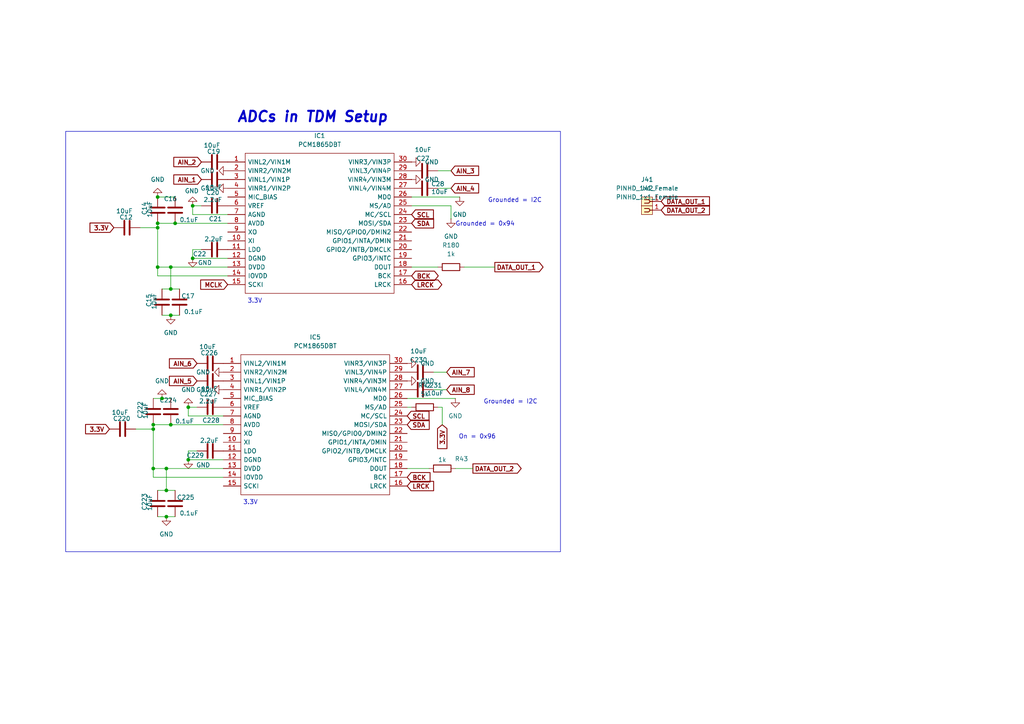
<source format=kicad_sch>
(kicad_sch
	(version 20231120)
	(generator "eeschema")
	(generator_version "8.0")
	(uuid "736b80ad-0b40-4628-ac75-845d5af6ec97")
	(paper "A4")
	(title_block
		(company "Michael Meyers")
	)
	(lib_symbols
		(symbol "Device:C"
			(pin_numbers hide)
			(pin_names
				(offset 0.254)
			)
			(exclude_from_sim no)
			(in_bom yes)
			(on_board yes)
			(property "Reference" "C"
				(at 0.635 2.54 0)
				(effects
					(font
						(size 1.27 1.27)
					)
					(justify left)
				)
			)
			(property "Value" "C"
				(at 0.635 -2.54 0)
				(effects
					(font
						(size 1.27 1.27)
					)
					(justify left)
				)
			)
			(property "Footprint" ""
				(at 0.9652 -3.81 0)
				(effects
					(font
						(size 1.27 1.27)
					)
					(hide yes)
				)
			)
			(property "Datasheet" "~"
				(at 0 0 0)
				(effects
					(font
						(size 1.27 1.27)
					)
					(hide yes)
				)
			)
			(property "Description" "Unpolarized capacitor"
				(at 0 0 0)
				(effects
					(font
						(size 1.27 1.27)
					)
					(hide yes)
				)
			)
			(property "ki_keywords" "cap capacitor"
				(at 0 0 0)
				(effects
					(font
						(size 1.27 1.27)
					)
					(hide yes)
				)
			)
			(property "ki_fp_filters" "C_*"
				(at 0 0 0)
				(effects
					(font
						(size 1.27 1.27)
					)
					(hide yes)
				)
			)
			(symbol "C_0_1"
				(polyline
					(pts
						(xy -2.032 -0.762) (xy 2.032 -0.762)
					)
					(stroke
						(width 0.508)
						(type default)
					)
					(fill
						(type none)
					)
				)
				(polyline
					(pts
						(xy -2.032 0.762) (xy 2.032 0.762)
					)
					(stroke
						(width 0.508)
						(type default)
					)
					(fill
						(type none)
					)
				)
			)
			(symbol "C_1_1"
				(pin passive line
					(at 0 3.81 270)
					(length 2.794)
					(name "~"
						(effects
							(font
								(size 1.27 1.27)
							)
						)
					)
					(number "1"
						(effects
							(font
								(size 1.27 1.27)
							)
						)
					)
				)
				(pin passive line
					(at 0 -3.81 90)
					(length 2.794)
					(name "~"
						(effects
							(font
								(size 1.27 1.27)
							)
						)
					)
					(number "2"
						(effects
							(font
								(size 1.27 1.27)
							)
						)
					)
				)
			)
		)
		(symbol "Device:R"
			(pin_numbers hide)
			(pin_names
				(offset 0)
			)
			(exclude_from_sim no)
			(in_bom yes)
			(on_board yes)
			(property "Reference" "R"
				(at 2.032 0 90)
				(effects
					(font
						(size 1.27 1.27)
					)
				)
			)
			(property "Value" "R"
				(at 0 0 90)
				(effects
					(font
						(size 1.27 1.27)
					)
				)
			)
			(property "Footprint" ""
				(at -1.778 0 90)
				(effects
					(font
						(size 1.27 1.27)
					)
					(hide yes)
				)
			)
			(property "Datasheet" "~"
				(at 0 0 0)
				(effects
					(font
						(size 1.27 1.27)
					)
					(hide yes)
				)
			)
			(property "Description" "Resistor"
				(at 0 0 0)
				(effects
					(font
						(size 1.27 1.27)
					)
					(hide yes)
				)
			)
			(property "ki_keywords" "R res resistor"
				(at 0 0 0)
				(effects
					(font
						(size 1.27 1.27)
					)
					(hide yes)
				)
			)
			(property "ki_fp_filters" "R_*"
				(at 0 0 0)
				(effects
					(font
						(size 1.27 1.27)
					)
					(hide yes)
				)
			)
			(symbol "R_0_1"
				(rectangle
					(start -1.016 -2.54)
					(end 1.016 2.54)
					(stroke
						(width 0.254)
						(type default)
					)
					(fill
						(type none)
					)
				)
			)
			(symbol "R_1_1"
				(pin passive line
					(at 0 3.81 270)
					(length 1.27)
					(name "~"
						(effects
							(font
								(size 1.27 1.27)
							)
						)
					)
					(number "1"
						(effects
							(font
								(size 1.27 1.27)
							)
						)
					)
				)
				(pin passive line
					(at 0 -3.81 90)
					(length 1.27)
					(name "~"
						(effects
							(font
								(size 1.27 1.27)
							)
						)
					)
					(number "2"
						(effects
							(font
								(size 1.27 1.27)
							)
						)
					)
				)
			)
		)
		(symbol "PCM_SL_Pin_Headers:PINHD_1x1_Female"
			(exclude_from_sim no)
			(in_bom yes)
			(on_board yes)
			(property "Reference" "J"
				(at 0 6.35 0)
				(effects
					(font
						(size 1.27 1.27)
					)
				)
			)
			(property "Value" "PINHD_1x1_Female"
				(at 0 3.81 0)
				(effects
					(font
						(size 1.27 1.27)
					)
				)
			)
			(property "Footprint" "Connector_PinSocket_2.54mm:PinSocket_1x01_P2.54mm_Vertical"
				(at 2.54 8.89 0)
				(effects
					(font
						(size 1.27 1.27)
					)
					(hide yes)
				)
			)
			(property "Datasheet" ""
				(at 0 6.35 0)
				(effects
					(font
						(size 1.27 1.27)
					)
					(hide yes)
				)
			)
			(property "Description" "Pin Header female with pin space 2.54mm. Pin Count -1"
				(at 0 0 0)
				(effects
					(font
						(size 1.27 1.27)
					)
					(hide yes)
				)
			)
			(property "ki_keywords" "Pin Header"
				(at 0 0 0)
				(effects
					(font
						(size 1.27 1.27)
					)
					(hide yes)
				)
			)
			(property "ki_fp_filters" "PinSocket_1x01_P2.54mm*"
				(at 0 0 0)
				(effects
					(font
						(size 1.27 1.27)
					)
					(hide yes)
				)
			)
			(symbol "PINHD_1x1_Female_0_1"
				(rectangle
					(start -1.27 1.27)
					(end 1.905 -1.27)
					(stroke
						(width 0)
						(type default)
					)
					(fill
						(type background)
					)
				)
				(arc
					(start -0.508 0)
					(mid -0.3592 -0.3592)
					(end 0 -0.508)
					(stroke
						(width 0.25)
						(type default)
					)
					(fill
						(type none)
					)
				)
				(polyline
					(pts
						(xy -1.27 0) (xy -0.508 0)
					)
					(stroke
						(width 0.25)
						(type default)
					)
					(fill
						(type none)
					)
				)
				(polyline
					(pts
						(xy 0 -0.508) (xy 1.016 -0.508)
					)
					(stroke
						(width 0.25)
						(type default)
					)
					(fill
						(type none)
					)
				)
				(polyline
					(pts
						(xy 0 0.508) (xy 1.016 0.508)
					)
					(stroke
						(width 0.25)
						(type default)
					)
					(fill
						(type none)
					)
				)
				(arc
					(start 0 0.508)
					(mid -0.3592 0.3592)
					(end -0.508 0)
					(stroke
						(width 0.25)
						(type default)
					)
					(fill
						(type none)
					)
				)
			)
			(symbol "PINHD_1x1_Female_1_1"
				(pin passive line
					(at -3.81 0 0)
					(length 2.54)
					(name ""
						(effects
							(font
								(size 1.27 1.27)
							)
						)
					)
					(number "1"
						(effects
							(font
								(size 1.27 1.27)
							)
						)
					)
				)
			)
		)
		(symbol "SamacSys_Parts:PCM1865DBT"
			(pin_names
				(offset 0.762)
			)
			(exclude_from_sim no)
			(in_bom yes)
			(on_board yes)
			(property "Reference" "IC"
				(at 49.53 7.62 0)
				(effects
					(font
						(size 1.27 1.27)
					)
					(justify left)
				)
			)
			(property "Value" "PCM1865DBT"
				(at 49.53 5.08 0)
				(effects
					(font
						(size 1.27 1.27)
					)
					(justify left)
				)
			)
			(property "Footprint" "SOP50P640X120-30N"
				(at 49.53 2.54 0)
				(effects
					(font
						(size 1.27 1.27)
					)
					(justify left)
					(hide yes)
				)
			)
			(property "Datasheet" "http://www.ti.com/lit/gpn/PCM1865"
				(at 49.53 0 0)
				(effects
					(font
						(size 1.27 1.27)
					)
					(justify left)
					(hide yes)
				)
			)
			(property "Description" "110dB 4-Channel Software-Controlled Audio ADC With Universal Front End"
				(at 0 0 0)
				(effects
					(font
						(size 1.27 1.27)
					)
					(hide yes)
				)
			)
			(property "Description_1" "110dB 4-Channel Software-Controlled Audio ADC With Universal Front End"
				(at 49.53 -2.54 0)
				(effects
					(font
						(size 1.27 1.27)
					)
					(justify left)
					(hide yes)
				)
			)
			(property "Height" "1.2"
				(at 49.53 -5.08 0)
				(effects
					(font
						(size 1.27 1.27)
					)
					(justify left)
					(hide yes)
				)
			)
			(property "Manufacturer_Name" "Texas Instruments"
				(at 49.53 -7.62 0)
				(effects
					(font
						(size 1.27 1.27)
					)
					(justify left)
					(hide yes)
				)
			)
			(property "Manufacturer_Part_Number" "PCM1865DBT"
				(at 49.53 -10.16 0)
				(effects
					(font
						(size 1.27 1.27)
					)
					(justify left)
					(hide yes)
				)
			)
			(property "Mouser Part Number" "595-PCM1865DBT"
				(at 49.53 -12.7 0)
				(effects
					(font
						(size 1.27 1.27)
					)
					(justify left)
					(hide yes)
				)
			)
			(property "Mouser Price/Stock" "https://www.mouser.co.uk/ProductDetail/Texas-Instruments/PCM1865DBT?qs=p08Uhw9w2Fxozgcazf2OFQ%3D%3D"
				(at 49.53 -15.24 0)
				(effects
					(font
						(size 1.27 1.27)
					)
					(justify left)
					(hide yes)
				)
			)
			(property "Arrow Part Number" "PCM1865DBT"
				(at 49.53 -17.78 0)
				(effects
					(font
						(size 1.27 1.27)
					)
					(justify left)
					(hide yes)
				)
			)
			(property "Arrow Price/Stock" "https://www.arrow.com/en/products/pcm1865dbt/texas-instruments?region=nac"
				(at 49.53 -20.32 0)
				(effects
					(font
						(size 1.27 1.27)
					)
					(justify left)
					(hide yes)
				)
			)
			(symbol "PCM1865DBT_0_0"
				(pin passive line
					(at 0 0 0)
					(length 5.08)
					(name "VINL2/VIN1M"
						(effects
							(font
								(size 1.27 1.27)
							)
						)
					)
					(number "1"
						(effects
							(font
								(size 1.27 1.27)
							)
						)
					)
				)
				(pin passive line
					(at 0 -22.86 0)
					(length 5.08)
					(name "XI"
						(effects
							(font
								(size 1.27 1.27)
							)
						)
					)
					(number "10"
						(effects
							(font
								(size 1.27 1.27)
							)
						)
					)
				)
				(pin passive line
					(at 0 -25.4 0)
					(length 5.08)
					(name "LDO"
						(effects
							(font
								(size 1.27 1.27)
							)
						)
					)
					(number "11"
						(effects
							(font
								(size 1.27 1.27)
							)
						)
					)
				)
				(pin passive line
					(at 0 -27.94 0)
					(length 5.08)
					(name "DGND"
						(effects
							(font
								(size 1.27 1.27)
							)
						)
					)
					(number "12"
						(effects
							(font
								(size 1.27 1.27)
							)
						)
					)
				)
				(pin passive line
					(at 0 -30.48 0)
					(length 5.08)
					(name "DVDD"
						(effects
							(font
								(size 1.27 1.27)
							)
						)
					)
					(number "13"
						(effects
							(font
								(size 1.27 1.27)
							)
						)
					)
				)
				(pin passive line
					(at 0 -33.02 0)
					(length 5.08)
					(name "IOVDD"
						(effects
							(font
								(size 1.27 1.27)
							)
						)
					)
					(number "14"
						(effects
							(font
								(size 1.27 1.27)
							)
						)
					)
				)
				(pin passive line
					(at 0 -35.56 0)
					(length 5.08)
					(name "SCKI"
						(effects
							(font
								(size 1.27 1.27)
							)
						)
					)
					(number "15"
						(effects
							(font
								(size 1.27 1.27)
							)
						)
					)
				)
				(pin passive line
					(at 53.34 -35.56 180)
					(length 5.08)
					(name "LRCK"
						(effects
							(font
								(size 1.27 1.27)
							)
						)
					)
					(number "16"
						(effects
							(font
								(size 1.27 1.27)
							)
						)
					)
				)
				(pin passive line
					(at 53.34 -33.02 180)
					(length 5.08)
					(name "BCK"
						(effects
							(font
								(size 1.27 1.27)
							)
						)
					)
					(number "17"
						(effects
							(font
								(size 1.27 1.27)
							)
						)
					)
				)
				(pin passive line
					(at 53.34 -30.48 180)
					(length 5.08)
					(name "DOUT"
						(effects
							(font
								(size 1.27 1.27)
							)
						)
					)
					(number "18"
						(effects
							(font
								(size 1.27 1.27)
							)
						)
					)
				)
				(pin passive line
					(at 53.34 -27.94 180)
					(length 5.08)
					(name "GPIO3/INTC"
						(effects
							(font
								(size 1.27 1.27)
							)
						)
					)
					(number "19"
						(effects
							(font
								(size 1.27 1.27)
							)
						)
					)
				)
				(pin passive line
					(at 0 -2.54 0)
					(length 5.08)
					(name "VINR2/VIN2M"
						(effects
							(font
								(size 1.27 1.27)
							)
						)
					)
					(number "2"
						(effects
							(font
								(size 1.27 1.27)
							)
						)
					)
				)
				(pin passive line
					(at 53.34 -25.4 180)
					(length 5.08)
					(name "GPIO2/INTB/DMCLK"
						(effects
							(font
								(size 1.27 1.27)
							)
						)
					)
					(number "20"
						(effects
							(font
								(size 1.27 1.27)
							)
						)
					)
				)
				(pin passive line
					(at 53.34 -22.86 180)
					(length 5.08)
					(name "GPIO1/INTA/DMIN"
						(effects
							(font
								(size 1.27 1.27)
							)
						)
					)
					(number "21"
						(effects
							(font
								(size 1.27 1.27)
							)
						)
					)
				)
				(pin passive line
					(at 53.34 -20.32 180)
					(length 5.08)
					(name "MISO/GPIO0/DMIN2"
						(effects
							(font
								(size 1.27 1.27)
							)
						)
					)
					(number "22"
						(effects
							(font
								(size 1.27 1.27)
							)
						)
					)
				)
				(pin passive line
					(at 53.34 -17.78 180)
					(length 5.08)
					(name "MOSI/SDA"
						(effects
							(font
								(size 1.27 1.27)
							)
						)
					)
					(number "23"
						(effects
							(font
								(size 1.27 1.27)
							)
						)
					)
				)
				(pin passive line
					(at 53.34 -15.24 180)
					(length 5.08)
					(name "MC/SCL"
						(effects
							(font
								(size 1.27 1.27)
							)
						)
					)
					(number "24"
						(effects
							(font
								(size 1.27 1.27)
							)
						)
					)
				)
				(pin passive line
					(at 53.34 -12.7 180)
					(length 5.08)
					(name "MS/AD"
						(effects
							(font
								(size 1.27 1.27)
							)
						)
					)
					(number "25"
						(effects
							(font
								(size 1.27 1.27)
							)
						)
					)
				)
				(pin passive line
					(at 53.34 -10.16 180)
					(length 5.08)
					(name "MD0"
						(effects
							(font
								(size 1.27 1.27)
							)
						)
					)
					(number "26"
						(effects
							(font
								(size 1.27 1.27)
							)
						)
					)
				)
				(pin passive line
					(at 53.34 -7.62 180)
					(length 5.08)
					(name "VINL4/VIN4M"
						(effects
							(font
								(size 1.27 1.27)
							)
						)
					)
					(number "27"
						(effects
							(font
								(size 1.27 1.27)
							)
						)
					)
				)
				(pin passive line
					(at 53.34 -5.08 180)
					(length 5.08)
					(name "VINR4/VIN3M"
						(effects
							(font
								(size 1.27 1.27)
							)
						)
					)
					(number "28"
						(effects
							(font
								(size 1.27 1.27)
							)
						)
					)
				)
				(pin passive line
					(at 53.34 -2.54 180)
					(length 5.08)
					(name "VINL3/VIN4P"
						(effects
							(font
								(size 1.27 1.27)
							)
						)
					)
					(number "29"
						(effects
							(font
								(size 1.27 1.27)
							)
						)
					)
				)
				(pin passive line
					(at 0 -5.08 0)
					(length 5.08)
					(name "VINL1/VIN1P"
						(effects
							(font
								(size 1.27 1.27)
							)
						)
					)
					(number "3"
						(effects
							(font
								(size 1.27 1.27)
							)
						)
					)
				)
				(pin passive line
					(at 53.34 0 180)
					(length 5.08)
					(name "VINR3/VIN3P"
						(effects
							(font
								(size 1.27 1.27)
							)
						)
					)
					(number "30"
						(effects
							(font
								(size 1.27 1.27)
							)
						)
					)
				)
				(pin passive line
					(at 0 -7.62 0)
					(length 5.08)
					(name "VINR1/VIN2P"
						(effects
							(font
								(size 1.27 1.27)
							)
						)
					)
					(number "4"
						(effects
							(font
								(size 1.27 1.27)
							)
						)
					)
				)
				(pin passive line
					(at 0 -10.16 0)
					(length 5.08)
					(name "MIC_BIAS"
						(effects
							(font
								(size 1.27 1.27)
							)
						)
					)
					(number "5"
						(effects
							(font
								(size 1.27 1.27)
							)
						)
					)
				)
				(pin passive line
					(at 0 -12.7 0)
					(length 5.08)
					(name "VREF"
						(effects
							(font
								(size 1.27 1.27)
							)
						)
					)
					(number "6"
						(effects
							(font
								(size 1.27 1.27)
							)
						)
					)
				)
				(pin passive line
					(at 0 -15.24 0)
					(length 5.08)
					(name "AGND"
						(effects
							(font
								(size 1.27 1.27)
							)
						)
					)
					(number "7"
						(effects
							(font
								(size 1.27 1.27)
							)
						)
					)
				)
				(pin passive line
					(at 0 -17.78 0)
					(length 5.08)
					(name "AVDD"
						(effects
							(font
								(size 1.27 1.27)
							)
						)
					)
					(number "8"
						(effects
							(font
								(size 1.27 1.27)
							)
						)
					)
				)
				(pin passive line
					(at 0 -20.32 0)
					(length 5.08)
					(name "XO"
						(effects
							(font
								(size 1.27 1.27)
							)
						)
					)
					(number "9"
						(effects
							(font
								(size 1.27 1.27)
							)
						)
					)
				)
			)
			(symbol "PCM1865DBT_0_1"
				(polyline
					(pts
						(xy 5.08 2.54) (xy 48.26 2.54) (xy 48.26 -38.1) (xy 5.08 -38.1) (xy 5.08 2.54)
					)
					(stroke
						(width 0.1524)
						(type solid)
					)
					(fill
						(type none)
					)
				)
			)
		)
		(symbol "power:GND"
			(power)
			(pin_numbers hide)
			(pin_names
				(offset 0) hide)
			(exclude_from_sim no)
			(in_bom yes)
			(on_board yes)
			(property "Reference" "#PWR"
				(at 0 -6.35 0)
				(effects
					(font
						(size 1.27 1.27)
					)
					(hide yes)
				)
			)
			(property "Value" "GND"
				(at 0 -3.81 0)
				(effects
					(font
						(size 1.27 1.27)
					)
				)
			)
			(property "Footprint" ""
				(at 0 0 0)
				(effects
					(font
						(size 1.27 1.27)
					)
					(hide yes)
				)
			)
			(property "Datasheet" ""
				(at 0 0 0)
				(effects
					(font
						(size 1.27 1.27)
					)
					(hide yes)
				)
			)
			(property "Description" "Power symbol creates a global label with name \"GND\" , ground"
				(at 0 0 0)
				(effects
					(font
						(size 1.27 1.27)
					)
					(hide yes)
				)
			)
			(property "ki_keywords" "global power"
				(at 0 0 0)
				(effects
					(font
						(size 1.27 1.27)
					)
					(hide yes)
				)
			)
			(symbol "GND_0_1"
				(polyline
					(pts
						(xy 0 0) (xy 0 -1.27) (xy 1.27 -1.27) (xy 0 -2.54) (xy -1.27 -1.27) (xy 0 -1.27)
					)
					(stroke
						(width 0)
						(type default)
					)
					(fill
						(type none)
					)
				)
			)
			(symbol "GND_1_1"
				(pin power_in line
					(at 0 0 270)
					(length 0)
					(name "~"
						(effects
							(font
								(size 1.27 1.27)
							)
						)
					)
					(number "1"
						(effects
							(font
								(size 1.27 1.27)
							)
						)
					)
				)
			)
		)
	)
	(junction
		(at 45.72 77.47)
		(diameter 0)
		(color 0 0 0 0)
		(uuid "10672449-d9de-42c7-b182-ca4f1bba25b9")
	)
	(junction
		(at 48.26 149.86)
		(diameter 0)
		(color 0 0 0 0)
		(uuid "1a1b5749-95a3-4937-ba0c-6d2ceb0c9a87")
	)
	(junction
		(at 55.88 74.93)
		(diameter 0)
		(color 0 0 0 0)
		(uuid "3039c491-8e98-4141-8b59-007521d0940a")
	)
	(junction
		(at 44.45 123.19)
		(diameter 0)
		(color 0 0 0 0)
		(uuid "365048ee-5fd9-4563-b46b-b7baa6dec6a2")
	)
	(junction
		(at 49.53 77.47)
		(diameter 0)
		(color 0 0 0 0)
		(uuid "3b89a7ff-28b7-45d6-affe-b59fd7919a55")
	)
	(junction
		(at 49.53 83.82)
		(diameter 0)
		(color 0 0 0 0)
		(uuid "494ac580-39ea-4b66-abff-99f57fe2472a")
	)
	(junction
		(at 46.99 115.57)
		(diameter 0)
		(color 0 0 0 0)
		(uuid "4f15e104-13a7-4a64-9701-d5de2df3c949")
	)
	(junction
		(at 48.26 135.89)
		(diameter 0)
		(color 0 0 0 0)
		(uuid "55bfb15c-df26-4c8a-a07b-3a0b68eb23c8")
	)
	(junction
		(at 48.26 142.24)
		(diameter 0)
		(color 0 0 0 0)
		(uuid "5e97274f-e72f-418b-94a2-8117ec7af53c")
	)
	(junction
		(at 55.88 59.69)
		(diameter 0)
		(color 0 0 0 0)
		(uuid "83adb027-a6b7-4545-915e-0422dc956bf2")
	)
	(junction
		(at 54.61 118.11)
		(diameter 0)
		(color 0 0 0 0)
		(uuid "98236875-1b3b-4581-bc96-5179f32b5f66")
	)
	(junction
		(at 45.72 64.77)
		(diameter 0)
		(color 0 0 0 0)
		(uuid "aaf4e352-018c-40ab-b01c-f07b075c3646")
	)
	(junction
		(at 49.53 91.44)
		(diameter 0)
		(color 0 0 0 0)
		(uuid "b070d325-43bd-4b67-aa34-fc5de5dfe5d5")
	)
	(junction
		(at 49.53 123.19)
		(diameter 0)
		(color 0 0 0 0)
		(uuid "c8b2044e-9dac-48d2-a38b-1402ed4aeedc")
	)
	(junction
		(at 45.72 57.15)
		(diameter 0)
		(color 0 0 0 0)
		(uuid "e212d94e-2849-480e-8b74-dfe6f646c93b")
	)
	(junction
		(at 50.8 64.77)
		(diameter 0)
		(color 0 0 0 0)
		(uuid "ee6a2dd4-64d9-4d6d-8f44-88169bf19831")
	)
	(junction
		(at 45.72 66.04)
		(diameter 0)
		(color 0 0 0 0)
		(uuid "eea7414b-fe38-4aef-a8f6-e234057e0948")
	)
	(junction
		(at 54.61 133.35)
		(diameter 0)
		(color 0 0 0 0)
		(uuid "f1430cf8-629b-4b13-95fb-1af211339146")
	)
	(junction
		(at 44.45 124.46)
		(diameter 0)
		(color 0 0 0 0)
		(uuid "f8792884-11e1-4411-b99c-4873d1f67670")
	)
	(junction
		(at 44.45 135.89)
		(diameter 0)
		(color 0 0 0 0)
		(uuid "feba45bf-fceb-4311-ba77-ca51408e9a7e")
	)
	(wire
		(pts
			(xy 49.53 83.82) (xy 52.07 83.82)
		)
		(stroke
			(width 0)
			(type default)
		)
		(uuid "07958a3c-81ec-4d96-9037-8ab4e8221322")
	)
	(wire
		(pts
			(xy 54.61 130.81) (xy 57.15 130.81)
		)
		(stroke
			(width 0)
			(type default)
		)
		(uuid "0e429d04-ea2d-49c1-8c51-c38a667909da")
	)
	(wire
		(pts
			(xy 44.45 135.89) (xy 44.45 124.46)
		)
		(stroke
			(width 0)
			(type default)
		)
		(uuid "0fb2fcaa-62bc-4f9a-bf5c-51f8d6be33fe")
	)
	(wire
		(pts
			(xy 45.72 142.24) (xy 48.26 142.24)
		)
		(stroke
			(width 0)
			(type default)
		)
		(uuid "122ecf94-0368-4345-96df-9548ec92eca4")
	)
	(wire
		(pts
			(xy 49.53 77.47) (xy 49.53 83.82)
		)
		(stroke
			(width 0)
			(type default)
		)
		(uuid "13424dd4-cc61-4828-8067-80c4a1c648d3")
	)
	(wire
		(pts
			(xy 54.61 120.65) (xy 64.77 120.65)
		)
		(stroke
			(width 0)
			(type default)
		)
		(uuid "165c14c8-aaf0-41fd-9c51-dc7840ff5be2")
	)
	(wire
		(pts
			(xy 54.61 118.11) (xy 54.61 120.65)
		)
		(stroke
			(width 0)
			(type default)
		)
		(uuid "16d6ad03-3a1e-4a18-8399-4a5c1568ee91")
	)
	(wire
		(pts
			(xy 45.72 149.86) (xy 48.26 149.86)
		)
		(stroke
			(width 0)
			(type default)
		)
		(uuid "1a216e43-67ea-4420-9620-1da780325ce9")
	)
	(wire
		(pts
			(xy 49.53 77.47) (xy 45.72 77.47)
		)
		(stroke
			(width 0)
			(type default)
		)
		(uuid "2922db8c-32a2-4980-ab55-9e84500594af")
	)
	(wire
		(pts
			(xy 130.81 54.61) (xy 127 54.61)
		)
		(stroke
			(width 0)
			(type default)
		)
		(uuid "2c513ab2-6958-41ca-a9d7-5e346721ab3f")
	)
	(wire
		(pts
			(xy 127 118.11) (xy 128.27 118.11)
		)
		(stroke
			(width 0)
			(type default)
		)
		(uuid "32ffa958-be79-4a3f-be4d-9e858accf38a")
	)
	(wire
		(pts
			(xy 48.26 135.89) (xy 44.45 135.89)
		)
		(stroke
			(width 0)
			(type default)
		)
		(uuid "35442c82-91e5-4c62-9dcd-6eb9a4caca8b")
	)
	(wire
		(pts
			(xy 118.11 118.11) (xy 119.38 118.11)
		)
		(stroke
			(width 0)
			(type default)
		)
		(uuid "362366c7-4026-4066-a7ac-f119ca298ce4")
	)
	(wire
		(pts
			(xy 119.38 59.69) (xy 130.81 59.69)
		)
		(stroke
			(width 0)
			(type default)
		)
		(uuid "3ee3e6e2-2736-413c-8f11-1557a78358f7")
	)
	(wire
		(pts
			(xy 45.72 77.47) (xy 45.72 66.04)
		)
		(stroke
			(width 0)
			(type default)
		)
		(uuid "403a6050-7494-4fab-bcaa-fa4e9ea9929f")
	)
	(wire
		(pts
			(xy 46.99 83.82) (xy 49.53 83.82)
		)
		(stroke
			(width 0)
			(type default)
		)
		(uuid "4177f8c0-4de8-456f-9faf-398482309f19")
	)
	(wire
		(pts
			(xy 49.53 91.44) (xy 52.07 91.44)
		)
		(stroke
			(width 0)
			(type default)
		)
		(uuid "433bb0d3-dcbb-4ca4-b8bb-2904b91f079d")
	)
	(wire
		(pts
			(xy 50.8 64.77) (xy 45.72 64.77)
		)
		(stroke
			(width 0)
			(type default)
		)
		(uuid "4897f1fb-b744-4151-8a8f-470f8e6ec5c2")
	)
	(wire
		(pts
			(xy 118.11 115.57) (xy 132.08 115.57)
		)
		(stroke
			(width 0)
			(type default)
		)
		(uuid "4cc7202b-b51a-46e3-9b85-d77d777afdae")
	)
	(wire
		(pts
			(xy 46.99 115.57) (xy 49.53 115.57)
		)
		(stroke
			(width 0)
			(type default)
		)
		(uuid "51db1809-4c3f-4081-8bc9-1d8fcea091b2")
	)
	(wire
		(pts
			(xy 45.72 57.15) (xy 50.8 57.15)
		)
		(stroke
			(width 0)
			(type default)
		)
		(uuid "5df9b8fe-d9c7-46cd-bfe2-17e64c5f936c")
	)
	(wire
		(pts
			(xy 46.99 91.44) (xy 49.53 91.44)
		)
		(stroke
			(width 0)
			(type default)
		)
		(uuid "6b8ca97c-7ea3-4c58-8839-665b9cbb02eb")
	)
	(wire
		(pts
			(xy 134.62 77.47) (xy 143.51 77.47)
		)
		(stroke
			(width 0)
			(type default)
		)
		(uuid "6bc3d2fc-fb60-42b1-a81e-2f0aeea4cd33")
	)
	(wire
		(pts
			(xy 66.04 74.93) (xy 55.88 74.93)
		)
		(stroke
			(width 0)
			(type default)
		)
		(uuid "6e2f44c9-65ef-47c2-92ee-de5514703ecf")
	)
	(wire
		(pts
			(xy 55.88 59.69) (xy 55.88 62.23)
		)
		(stroke
			(width 0)
			(type default)
		)
		(uuid "70f6750f-ba85-4561-a3bb-9d301300173d")
	)
	(wire
		(pts
			(xy 44.45 115.57) (xy 46.99 115.57)
		)
		(stroke
			(width 0)
			(type default)
		)
		(uuid "762c2755-5297-417e-8763-3db8eb021e23")
	)
	(wire
		(pts
			(xy 44.45 138.43) (xy 44.45 135.89)
		)
		(stroke
			(width 0)
			(type default)
		)
		(uuid "77698277-be48-4689-8ce8-14c20dc7c1ef")
	)
	(wire
		(pts
			(xy 57.15 118.11) (xy 54.61 118.11)
		)
		(stroke
			(width 0)
			(type default)
		)
		(uuid "7a371b8c-e851-45fb-bc6c-1b46e26cd89a")
	)
	(wire
		(pts
			(xy 137.16 135.89) (xy 132.08 135.89)
		)
		(stroke
			(width 0)
			(type default)
		)
		(uuid "7a859f31-ab9f-4dfc-be35-784b93c30f3b")
	)
	(wire
		(pts
			(xy 129.54 113.03) (xy 125.73 113.03)
		)
		(stroke
			(width 0)
			(type default)
		)
		(uuid "8119af1d-4bbe-4afa-be08-e3ca9f480b40")
	)
	(wire
		(pts
			(xy 64.77 123.19) (xy 49.53 123.19)
		)
		(stroke
			(width 0)
			(type default)
		)
		(uuid "843e51bb-f8ba-49f5-9810-87b5ebb955a7")
	)
	(wire
		(pts
			(xy 64.77 133.35) (xy 54.61 133.35)
		)
		(stroke
			(width 0)
			(type default)
		)
		(uuid "8d679cb6-4fd8-424a-bf91-77a8b85ff220")
	)
	(wire
		(pts
			(xy 45.72 80.01) (xy 45.72 77.47)
		)
		(stroke
			(width 0)
			(type default)
		)
		(uuid "9178d206-50c1-4eca-8460-50ba18e40f8a")
	)
	(wire
		(pts
			(xy 130.81 59.69) (xy 130.81 63.5)
		)
		(stroke
			(width 0)
			(type default)
		)
		(uuid "94705136-919e-409d-ad72-cb51412df47e")
	)
	(wire
		(pts
			(xy 124.46 135.89) (xy 118.11 135.89)
		)
		(stroke
			(width 0)
			(type default)
		)
		(uuid "96bcfba2-e67b-4b0f-8615-8e1c3dc1aeb5")
	)
	(wire
		(pts
			(xy 48.26 142.24) (xy 50.8 142.24)
		)
		(stroke
			(width 0)
			(type default)
		)
		(uuid "9985efaf-0c93-468b-9ebc-9f61ab006430")
	)
	(wire
		(pts
			(xy 55.88 72.39) (xy 55.88 74.93)
		)
		(stroke
			(width 0)
			(type default)
		)
		(uuid "9a16ea3b-6b84-4668-b478-b129ceff8510")
	)
	(wire
		(pts
			(xy 55.88 72.39) (xy 58.42 72.39)
		)
		(stroke
			(width 0)
			(type default)
		)
		(uuid "9b7aa955-5d6b-42d4-aea3-4a0339e38e8a")
	)
	(wire
		(pts
			(xy 128.27 118.11) (xy 128.27 123.19)
		)
		(stroke
			(width 0)
			(type default)
		)
		(uuid "9d39fbae-b8d8-43ee-b366-503bffc7d19e")
	)
	(wire
		(pts
			(xy 66.04 77.47) (xy 49.53 77.47)
		)
		(stroke
			(width 0)
			(type default)
		)
		(uuid "a071a428-211b-41d0-998a-8570a6186d6d")
	)
	(wire
		(pts
			(xy 119.38 57.15) (xy 133.35 57.15)
		)
		(stroke
			(width 0)
			(type default)
		)
		(uuid "a8859111-7826-42ea-b994-53a5b72eb06d")
	)
	(wire
		(pts
			(xy 64.77 135.89) (xy 48.26 135.89)
		)
		(stroke
			(width 0)
			(type default)
		)
		(uuid "ad6f3745-8463-4bca-85bc-476415bca5e3")
	)
	(wire
		(pts
			(xy 66.04 64.77) (xy 50.8 64.77)
		)
		(stroke
			(width 0)
			(type default)
		)
		(uuid "b161d9e4-3a60-469f-98bd-e46f226b46f6")
	)
	(wire
		(pts
			(xy 49.53 123.19) (xy 44.45 123.19)
		)
		(stroke
			(width 0)
			(type default)
		)
		(uuid "bae6aef3-bcdf-41ea-bd64-7f77f4eb3335")
	)
	(wire
		(pts
			(xy 130.81 49.53) (xy 127 49.53)
		)
		(stroke
			(width 0)
			(type default)
		)
		(uuid "c1022650-8153-4173-a85e-e3c4ae0e9ec5")
	)
	(wire
		(pts
			(xy 55.88 62.23) (xy 66.04 62.23)
		)
		(stroke
			(width 0)
			(type default)
		)
		(uuid "c424dd93-13d4-46af-85e6-2844c6419c0c")
	)
	(wire
		(pts
			(xy 48.26 149.86) (xy 50.8 149.86)
		)
		(stroke
			(width 0)
			(type default)
		)
		(uuid "c47bc429-3e7b-4e00-88d3-84c680132475")
	)
	(wire
		(pts
			(xy 58.42 59.69) (xy 55.88 59.69)
		)
		(stroke
			(width 0)
			(type default)
		)
		(uuid "c8b5e1b0-292c-43d6-95dd-9267b5645595")
	)
	(wire
		(pts
			(xy 40.64 66.04) (xy 45.72 66.04)
		)
		(stroke
			(width 0)
			(type default)
		)
		(uuid "d4f1b74c-ffe3-4831-9cc0-7f742a9e96c3")
	)
	(wire
		(pts
			(xy 54.61 130.81) (xy 54.61 133.35)
		)
		(stroke
			(width 0)
			(type default)
		)
		(uuid "dd9933cb-06c0-456b-a7e8-1786b1a5061a")
	)
	(wire
		(pts
			(xy 44.45 123.19) (xy 44.45 124.46)
		)
		(stroke
			(width 0)
			(type default)
		)
		(uuid "ddc5aacb-587f-4b77-b65d-5d8fb79d7862")
	)
	(wire
		(pts
			(xy 45.72 64.77) (xy 45.72 66.04)
		)
		(stroke
			(width 0)
			(type default)
		)
		(uuid "e0467e0d-e2cc-40cc-aa1e-591df15408ce")
	)
	(wire
		(pts
			(xy 64.77 138.43) (xy 44.45 138.43)
		)
		(stroke
			(width 0)
			(type default)
		)
		(uuid "e2f0f8f6-2687-45da-b175-f8a40d737ad2")
	)
	(wire
		(pts
			(xy 129.54 107.95) (xy 125.73 107.95)
		)
		(stroke
			(width 0)
			(type default)
		)
		(uuid "eb3f05c4-cf8d-4078-a804-f78fb225cb85")
	)
	(wire
		(pts
			(xy 119.38 77.47) (xy 127 77.47)
		)
		(stroke
			(width 0)
			(type default)
		)
		(uuid "ef480f26-19a6-43b9-84b0-c15510de035e")
	)
	(wire
		(pts
			(xy 39.37 124.46) (xy 44.45 124.46)
		)
		(stroke
			(width 0)
			(type default)
		)
		(uuid "f509c116-08c4-4f1f-a454-8e7f3bace2ff")
	)
	(wire
		(pts
			(xy 48.26 135.89) (xy 48.26 142.24)
		)
		(stroke
			(width 0)
			(type default)
		)
		(uuid "f6fab95b-60f8-46f3-b820-05ecdabcb884")
	)
	(wire
		(pts
			(xy 66.04 80.01) (xy 45.72 80.01)
		)
		(stroke
			(width 0)
			(type default)
		)
		(uuid "fdf85b41-162a-4f9f-9682-f56b180fbe1c")
	)
	(rectangle
		(start 19.05 38.1)
		(end 162.56 160.02)
		(stroke
			(width 0)
			(type default)
		)
		(fill
			(type none)
		)
		(uuid 20dd4a77-df24-4293-b06f-29444658b9da)
	)
	(text "3.3V"
		(exclude_from_sim no)
		(at 72.644 145.796 0)
		(effects
			(font
				(size 1.27 1.27)
			)
		)
		(uuid "3528ed52-cecc-4f0b-a5d7-2f31b3d28a72")
	)
	(text "3.3V"
		(exclude_from_sim no)
		(at 73.914 87.376 0)
		(effects
			(font
				(size 1.27 1.27)
			)
		)
		(uuid "65e1d365-4cb8-4de7-bc0e-c0c0f317596a")
	)
	(text "Grounded = I2C\n"
		(exclude_from_sim no)
		(at 149.352 58.166 0)
		(effects
			(font
				(size 1.27 1.27)
			)
		)
		(uuid "7717dec5-adf7-4bbf-ba13-69bc0b8230e5")
	)
	(text "Grounded = I2C\n"
		(exclude_from_sim no)
		(at 148.082 116.586 0)
		(effects
			(font
				(size 1.27 1.27)
			)
		)
		(uuid "8f14ca7a-c0ae-4500-ad4d-c39f25f4ad26")
	)
	(text "On = 0x96"
		(exclude_from_sim no)
		(at 138.43 126.746 0)
		(effects
			(font
				(size 1.27 1.27)
			)
		)
		(uuid "8fbf13e5-8a40-4666-8a0a-4850244f3267")
	)
	(text "Grounded = 0x94"
		(exclude_from_sim no)
		(at 140.716 65.024 0)
		(effects
			(font
				(size 1.27 1.27)
			)
		)
		(uuid "bf867d21-f4ea-4f58-9e69-dc909433da06")
	)
	(text "ADCs in TDM Setup"
		(exclude_from_sim no)
		(at 90.678 34.036 0)
		(effects
			(font
				(size 3 3)
				(thickness 0.6)
				(bold yes)
				(italic yes)
			)
		)
		(uuid "e3168b3b-9c89-49fc-97e6-3679ec497738")
	)
	(global_label "SDA"
		(shape input)
		(at 119.38 64.77 0)
		(fields_autoplaced yes)
		(effects
			(font
				(size 1.27 1.27)
				(bold yes)
			)
			(justify left)
		)
		(uuid "0f302652-6fd0-4a04-a453-abec00689350")
		(property "Intersheetrefs" "${INTERSHEET_REFS}"
			(at 126.4093 64.77 0)
			(effects
				(font
					(size 1.27 1.27)
				)
				(justify left)
				(hide yes)
			)
		)
	)
	(global_label "BCK"
		(shape bidirectional)
		(at 119.38 80.01 0)
		(fields_autoplaced yes)
		(effects
			(font
				(size 1.27 1.27)
				(bold yes)
			)
			(justify left)
		)
		(uuid "113c86f9-d303-4b99-8b03-2f901115ae8b")
		(property "Intersheetrefs" "${INTERSHEET_REFS}"
			(at 127.7625 80.01 0)
			(effects
				(font
					(size 1.27 1.27)
				)
				(justify left)
				(hide yes)
			)
		)
	)
	(global_label "AIN_3"
		(shape input)
		(at 130.81 49.53 0)
		(fields_autoplaced yes)
		(effects
			(font
				(size 1.27 1.27)
				(bold yes)
			)
			(justify left)
		)
		(uuid "1b452269-3e4c-47d2-b7fd-e69274d78185")
		(property "Intersheetrefs" "${INTERSHEET_REFS}"
			(at 139.4722 49.53 0)
			(effects
				(font
					(size 1.27 1.27)
				)
				(justify left)
				(hide yes)
			)
		)
	)
	(global_label "3.3V"
		(shape input)
		(at 31.75 124.46 180)
		(fields_autoplaced yes)
		(effects
			(font
				(size 1.27 1.27)
				(bold yes)
			)
			(justify right)
		)
		(uuid "1dbe2312-a661-4cd3-b955-050cfedf47aa")
		(property "Intersheetrefs" "${INTERSHEET_REFS}"
			(at 24.1764 124.46 0)
			(effects
				(font
					(size 1.27 1.27)
				)
				(justify right)
				(hide yes)
			)
		)
	)
	(global_label "AIN_1"
		(shape input)
		(at 58.42 52.07 180)
		(fields_autoplaced yes)
		(effects
			(font
				(size 1.27 1.27)
				(bold yes)
			)
			(justify right)
		)
		(uuid "2ee213f7-8465-45df-899e-c6ebca261747")
		(property "Intersheetrefs" "${INTERSHEET_REFS}"
			(at 49.7578 52.07 0)
			(effects
				(font
					(size 1.27 1.27)
				)
				(justify right)
				(hide yes)
			)
		)
	)
	(global_label "SCL"
		(shape input)
		(at 118.11 120.65 0)
		(fields_autoplaced yes)
		(effects
			(font
				(size 1.27 1.27)
				(bold yes)
			)
			(justify left)
		)
		(uuid "42db4172-eae6-4159-83f4-811b5e831673")
		(property "Intersheetrefs" "${INTERSHEET_REFS}"
			(at 125.0788 120.65 0)
			(effects
				(font
					(size 1.27 1.27)
				)
				(justify left)
				(hide yes)
			)
		)
	)
	(global_label "MCLK"
		(shape input)
		(at 66.04 82.55 180)
		(fields_autoplaced yes)
		(effects
			(font
				(size 1.27 1.27)
				(bold yes)
			)
			(justify right)
		)
		(uuid "49f5a2dd-c242-4a66-b55c-ff68c4a43471")
		(property "Intersheetrefs" "${INTERSHEET_REFS}"
			(at 57.5593 82.55 0)
			(effects
				(font
					(size 1.27 1.27)
				)
				(justify right)
				(hide yes)
			)
		)
	)
	(global_label "LRCK"
		(shape bidirectional)
		(at 119.38 82.55 0)
		(fields_autoplaced yes)
		(effects
			(font
				(size 1.27 1.27)
				(bold yes)
			)
			(justify left)
		)
		(uuid "4f5cec80-89f9-4142-b956-18bfd03facbc")
		(property "Intersheetrefs" "${INTERSHEET_REFS}"
			(at 128.7906 82.55 0)
			(effects
				(font
					(size 1.27 1.27)
				)
				(justify left)
				(hide yes)
			)
		)
	)
	(global_label "3.3V"
		(shape input)
		(at 128.27 123.19 270)
		(fields_autoplaced yes)
		(effects
			(font
				(size 1.27 1.27)
				(bold yes)
			)
			(justify right)
		)
		(uuid "4f89357d-b75c-4bdd-b740-5d7c42a60a9b")
		(property "Intersheetrefs" "${INTERSHEET_REFS}"
			(at 128.27 130.7636 90)
			(effects
				(font
					(size 1.27 1.27)
				)
				(justify right)
				(hide yes)
			)
		)
	)
	(global_label "LRCK"
		(shape input)
		(at 118.11 140.97 0)
		(fields_autoplaced yes)
		(effects
			(font
				(size 1.27 1.27)
				(bold yes)
			)
			(justify left)
		)
		(uuid "6326d737-bea2-4063-9b78-24152257b1dd")
		(property "Intersheetrefs" "${INTERSHEET_REFS}"
			(at 126.4093 140.97 0)
			(effects
				(font
					(size 1.27 1.27)
				)
				(justify left)
				(hide yes)
			)
		)
	)
	(global_label "AIN_2"
		(shape input)
		(at 58.42 46.99 180)
		(fields_autoplaced yes)
		(effects
			(font
				(size 1.27 1.27)
				(bold yes)
			)
			(justify right)
		)
		(uuid "81faf460-0458-4176-987f-0a66709c212a")
		(property "Intersheetrefs" "${INTERSHEET_REFS}"
			(at 49.7578 46.99 0)
			(effects
				(font
					(size 1.27 1.27)
				)
				(justify right)
				(hide yes)
			)
		)
	)
	(global_label "AIN_8"
		(shape input)
		(at 129.54 113.03 0)
		(fields_autoplaced yes)
		(effects
			(font
				(size 1.27 1.27)
				(bold yes)
			)
			(justify left)
		)
		(uuid "82508864-2daa-4bbb-a851-d9725534e478")
		(property "Intersheetrefs" "${INTERSHEET_REFS}"
			(at 138.2022 113.03 0)
			(effects
				(font
					(size 1.27 1.27)
				)
				(justify left)
				(hide yes)
			)
		)
	)
	(global_label "DATA_OUT_1"
		(shape output)
		(at 143.51 77.47 0)
		(fields_autoplaced yes)
		(effects
			(font
				(size 1.27 1.27)
				(bold yes)
			)
			(justify left)
		)
		(uuid "84f99a32-e4be-47dd-b08e-decf46975ed3")
		(property "Intersheetrefs" "${INTERSHEET_REFS}"
			(at 158.1593 77.47 0)
			(effects
				(font
					(size 1.27 1.27)
				)
				(justify left)
				(hide yes)
			)
		)
	)
	(global_label "3.3V"
		(shape input)
		(at 33.02 66.04 180)
		(fields_autoplaced yes)
		(effects
			(font
				(size 1.27 1.27)
				(bold yes)
			)
			(justify right)
		)
		(uuid "9afade1e-ad9f-460c-8cbd-9da74a18b7bd")
		(property "Intersheetrefs" "${INTERSHEET_REFS}"
			(at 25.4464 66.04 0)
			(effects
				(font
					(size 1.27 1.27)
				)
				(justify right)
				(hide yes)
			)
		)
	)
	(global_label "AIN_7"
		(shape input)
		(at 129.54 107.95 0)
		(fields_autoplaced yes)
		(effects
			(font
				(size 1.27 1.27)
				(bold yes)
			)
			(justify left)
		)
		(uuid "9b0bb33b-e346-45a8-a23d-c41f40390827")
		(property "Intersheetrefs" "${INTERSHEET_REFS}"
			(at 138.2022 107.95 0)
			(effects
				(font
					(size 1.27 1.27)
				)
				(justify left)
				(hide yes)
			)
		)
	)
	(global_label "AIN_6"
		(shape input)
		(at 57.15 105.41 180)
		(fields_autoplaced yes)
		(effects
			(font
				(size 1.27 1.27)
				(bold yes)
			)
			(justify right)
		)
		(uuid "a59b1659-c808-49f7-918d-37aac7d09dba")
		(property "Intersheetrefs" "${INTERSHEET_REFS}"
			(at 48.4878 105.41 0)
			(effects
				(font
					(size 1.27 1.27)
				)
				(justify right)
				(hide yes)
			)
		)
	)
	(global_label "SCL"
		(shape input)
		(at 119.38 62.23 0)
		(fields_autoplaced yes)
		(effects
			(font
				(size 1.27 1.27)
				(bold yes)
			)
			(justify left)
		)
		(uuid "afe59938-db7d-4875-9bb9-43820d9fbd02")
		(property "Intersheetrefs" "${INTERSHEET_REFS}"
			(at 126.3488 62.23 0)
			(effects
				(font
					(size 1.27 1.27)
				)
				(justify left)
				(hide yes)
			)
		)
	)
	(global_label "SDA"
		(shape input)
		(at 118.11 123.19 0)
		(fields_autoplaced yes)
		(effects
			(font
				(size 1.27 1.27)
				(bold yes)
			)
			(justify left)
		)
		(uuid "b24e488f-d9cc-4e10-b69d-1eb66d0f25fc")
		(property "Intersheetrefs" "${INTERSHEET_REFS}"
			(at 125.1393 123.19 0)
			(effects
				(font
					(size 1.27 1.27)
				)
				(justify left)
				(hide yes)
			)
		)
	)
	(global_label "BCK"
		(shape input)
		(at 118.11 138.43 0)
		(fields_autoplaced yes)
		(effects
			(font
				(size 1.27 1.27)
				(bold yes)
			)
			(justify left)
		)
		(uuid "bfc70f35-4d19-439b-a244-d2944da45682")
		(property "Intersheetrefs" "${INTERSHEET_REFS}"
			(at 125.3812 138.43 0)
			(effects
				(font
					(size 1.27 1.27)
				)
				(justify left)
				(hide yes)
			)
		)
	)
	(global_label "DATA_OUT_2"
		(shape input)
		(at 191.77 60.96 0)
		(fields_autoplaced yes)
		(effects
			(font
				(size 1.27 1.27)
				(bold yes)
			)
			(justify left)
		)
		(uuid "caf6533e-4e2a-4cae-b3de-24625b9d89c3")
		(property "Intersheetrefs" "${INTERSHEET_REFS}"
			(at 206.4193 60.96 0)
			(effects
				(font
					(size 1.27 1.27)
				)
				(justify left)
				(hide yes)
			)
		)
	)
	(global_label "AIN_4"
		(shape input)
		(at 130.81 54.61 0)
		(fields_autoplaced yes)
		(effects
			(font
				(size 1.27 1.27)
				(bold yes)
			)
			(justify left)
		)
		(uuid "d1e54da8-f850-41d4-85ce-6d2550fda730")
		(property "Intersheetrefs" "${INTERSHEET_REFS}"
			(at 139.4722 54.61 0)
			(effects
				(font
					(size 1.27 1.27)
				)
				(justify left)
				(hide yes)
			)
		)
	)
	(global_label "AIN_5"
		(shape input)
		(at 57.15 110.49 180)
		(fields_autoplaced yes)
		(effects
			(font
				(size 1.27 1.27)
				(bold yes)
			)
			(justify right)
		)
		(uuid "ee09042d-7b41-4cd9-b7b6-73087f1c868f")
		(property "Intersheetrefs" "${INTERSHEET_REFS}"
			(at 48.4878 110.49 0)
			(effects
				(font
					(size 1.27 1.27)
				)
				(justify right)
				(hide yes)
			)
		)
	)
	(global_label "DATA_OUT_1"
		(shape input)
		(at 191.77 58.42 0)
		(fields_autoplaced yes)
		(effects
			(font
				(size 1.27 1.27)
				(bold yes)
			)
			(justify left)
		)
		(uuid "f7ede848-229f-4108-8adb-7cede03104a3")
		(property "Intersheetrefs" "${INTERSHEET_REFS}"
			(at 206.4193 58.42 0)
			(effects
				(font
					(size 1.27 1.27)
				)
				(justify left)
				(hide yes)
			)
		)
	)
	(global_label "DATA_OUT_2"
		(shape output)
		(at 137.16 135.89 0)
		(fields_autoplaced yes)
		(effects
			(font
				(size 1.27 1.27)
				(bold yes)
			)
			(justify left)
		)
		(uuid "fe8635d9-5c0e-44bc-aaf8-883a469f7092")
		(property "Intersheetrefs" "${INTERSHEET_REFS}"
			(at 151.8093 135.89 0)
			(effects
				(font
					(size 1.27 1.27)
				)
				(justify left)
				(hide yes)
			)
		)
	)
	(symbol
		(lib_id "Device:C")
		(at 50.8 60.96 0)
		(unit 1)
		(exclude_from_sim no)
		(in_bom yes)
		(on_board yes)
		(dnp no)
		(uuid "00f25ce0-4667-48f9-b41d-f8bc8360d963")
		(property "Reference" "C16"
			(at 47.498 57.658 0)
			(effects
				(font
					(size 1.27 1.27)
				)
				(justify left)
			)
		)
		(property "Value" "0.1uF"
			(at 52.07 63.754 0)
			(effects
				(font
					(size 1.27 1.27)
				)
				(justify left)
			)
		)
		(property "Footprint" "Capacitor_SMD:C_0603_1608Metric_Pad1.08x0.95mm_HandSolder"
			(at 51.7652 64.77 0)
			(effects
				(font
					(size 1.27 1.27)
				)
				(hide yes)
			)
		)
		(property "Datasheet" "~"
			(at 50.8 60.96 0)
			(effects
				(font
					(size 1.27 1.27)
				)
				(hide yes)
			)
		)
		(property "Description" "Unpolarized capacitor"
			(at 50.8 60.96 0)
			(effects
				(font
					(size 1.27 1.27)
				)
				(hide yes)
			)
		)
		(pin "1"
			(uuid "713bf632-f00d-40ff-beb7-6c91e81b3078")
		)
		(pin "2"
			(uuid "d1c8177e-7c59-4647-8a05-263834b5811b")
		)
		(instances
			(project "Power_Supplies"
				(path "/5266cf9e-da90-4c53-80fd-cf3dbed42632/8f3dd01b-e3ea-4f9d-9f95-d4c91dcdbd45"
					(reference "C16")
					(unit 1)
				)
			)
		)
	)
	(symbol
		(lib_id "Device:C")
		(at 35.56 124.46 90)
		(unit 1)
		(exclude_from_sim no)
		(in_bom yes)
		(on_board yes)
		(dnp no)
		(uuid "052fedf7-5483-432c-894e-4b7d40fdc98a")
		(property "Reference" "C220"
			(at 35.306 121.412 90)
			(effects
				(font
					(size 1.27 1.27)
				)
			)
		)
		(property "Value" "10uF"
			(at 34.798 119.634 90)
			(effects
				(font
					(size 1.27 1.27)
				)
			)
		)
		(property "Footprint" "Capacitor_SMD:C_0805_2012Metric"
			(at 39.37 123.4948 0)
			(effects
				(font
					(size 1.27 1.27)
				)
				(hide yes)
			)
		)
		(property "Datasheet" "~"
			(at 35.56 124.46 0)
			(effects
				(font
					(size 1.27 1.27)
				)
				(hide yes)
			)
		)
		(property "Description" "Unpolarized capacitor"
			(at 35.56 124.46 0)
			(effects
				(font
					(size 1.27 1.27)
				)
				(hide yes)
			)
		)
		(pin "1"
			(uuid "06c4ef9a-ff50-4fe2-a7d2-ae1a51d8ce8d")
		)
		(pin "2"
			(uuid "acb48143-f98e-4a29-9b86-690824aa7bdc")
		)
		(instances
			(project "Power_Supplies"
				(path "/5266cf9e-da90-4c53-80fd-cf3dbed42632/8f3dd01b-e3ea-4f9d-9f95-d4c91dcdbd45"
					(reference "C220")
					(unit 1)
				)
			)
		)
	)
	(symbol
		(lib_id "Device:C")
		(at 50.8 146.05 0)
		(unit 1)
		(exclude_from_sim no)
		(in_bom yes)
		(on_board yes)
		(dnp no)
		(uuid "054da631-eb54-4555-8114-fe6048440bef")
		(property "Reference" "C225"
			(at 51.308 144.272 0)
			(effects
				(font
					(size 1.27 1.27)
				)
				(justify left)
			)
		)
		(property "Value" "0.1uF"
			(at 52.07 148.844 0)
			(effects
				(font
					(size 1.27 1.27)
				)
				(justify left)
			)
		)
		(property "Footprint" "Capacitor_SMD:C_0603_1608Metric_Pad1.08x0.95mm_HandSolder"
			(at 51.7652 149.86 0)
			(effects
				(font
					(size 1.27 1.27)
				)
				(hide yes)
			)
		)
		(property "Datasheet" "~"
			(at 50.8 146.05 0)
			(effects
				(font
					(size 1.27 1.27)
				)
				(hide yes)
			)
		)
		(property "Description" "Unpolarized capacitor"
			(at 50.8 146.05 0)
			(effects
				(font
					(size 1.27 1.27)
				)
				(hide yes)
			)
		)
		(pin "1"
			(uuid "584c600a-e7e9-4749-8cb4-f39145d7fe88")
		)
		(pin "2"
			(uuid "22f8e7a3-fa9d-4bd7-bbad-1379492a17e8")
		)
		(instances
			(project "Power_Supplies"
				(path "/5266cf9e-da90-4c53-80fd-cf3dbed42632/8f3dd01b-e3ea-4f9d-9f95-d4c91dcdbd45"
					(reference "C225")
					(unit 1)
				)
			)
		)
	)
	(symbol
		(lib_id "power:GND")
		(at 119.38 52.07 90)
		(unit 1)
		(exclude_from_sim no)
		(in_bom yes)
		(on_board no)
		(dnp no)
		(fields_autoplaced yes)
		(uuid "09832bb9-611c-4d87-b9ef-deb4ef4f3e7c")
		(property "Reference" "#PWR0242"
			(at 125.73 52.07 0)
			(effects
				(font
					(size 1.27 1.27)
				)
				(hide yes)
			)
		)
		(property "Value" "GND"
			(at 123.19 52.0699 90)
			(effects
				(font
					(size 1.27 1.27)
				)
				(justify right)
			)
		)
		(property "Footprint" ""
			(at 119.38 52.07 0)
			(effects
				(font
					(size 1.27 1.27)
				)
				(hide yes)
			)
		)
		(property "Datasheet" ""
			(at 119.38 52.07 0)
			(effects
				(font
					(size 1.27 1.27)
				)
				(hide yes)
			)
		)
		(property "Description" "Power symbol creates a global label with name \"GND\" , ground"
			(at 119.38 52.07 0)
			(effects
				(font
					(size 1.27 1.27)
				)
				(hide yes)
			)
		)
		(pin "1"
			(uuid "be55c505-e5b6-4b9e-9336-8c8aee325f70")
		)
		(instances
			(project "Power_Supplies"
				(path "/5266cf9e-da90-4c53-80fd-cf3dbed42632/8f3dd01b-e3ea-4f9d-9f95-d4c91dcdbd45"
					(reference "#PWR0242")
					(unit 1)
				)
			)
		)
	)
	(symbol
		(lib_id "Device:C")
		(at 62.23 72.39 90)
		(unit 1)
		(exclude_from_sim no)
		(in_bom yes)
		(on_board yes)
		(dnp no)
		(uuid "0b4bcdf5-883c-4c03-971d-3c6fb317b59c")
		(property "Reference" "C22"
			(at 57.912 73.66 90)
			(effects
				(font
					(size 1.27 1.27)
				)
			)
		)
		(property "Value" "2.2uF"
			(at 61.976 69.342 90)
			(effects
				(font
					(size 1.27 1.27)
				)
			)
		)
		(property "Footprint" "Capacitor_SMD:C_0805_2012Metric"
			(at 66.04 71.4248 0)
			(effects
				(font
					(size 1.27 1.27)
				)
				(hide yes)
			)
		)
		(property "Datasheet" "~"
			(at 62.23 72.39 0)
			(effects
				(font
					(size 1.27 1.27)
				)
				(hide yes)
			)
		)
		(property "Description" "Unpolarized capacitor"
			(at 62.23 72.39 0)
			(effects
				(font
					(size 1.27 1.27)
				)
				(hide yes)
			)
		)
		(pin "1"
			(uuid "16297050-3b53-419a-88a2-84a1e202fe03")
		)
		(pin "2"
			(uuid "50ffe6c5-fe22-47f4-ad10-7384ead9b005")
		)
		(instances
			(project "Power_Supplies"
				(path "/5266cf9e-da90-4c53-80fd-cf3dbed42632/8f3dd01b-e3ea-4f9d-9f95-d4c91dcdbd45"
					(reference "C22")
					(unit 1)
				)
			)
		)
	)
	(symbol
		(lib_id "power:GND")
		(at 55.88 74.93 0)
		(unit 1)
		(exclude_from_sim no)
		(in_bom yes)
		(on_board yes)
		(dnp no)
		(uuid "130edc36-fff6-4047-9be2-f52bb113d8dd")
		(property "Reference" "#PWR028"
			(at 55.88 81.28 0)
			(effects
				(font
					(size 1.27 1.27)
				)
				(hide yes)
			)
		)
		(property "Value" "GND"
			(at 59.436 76.2 0)
			(effects
				(font
					(size 1.27 1.27)
				)
			)
		)
		(property "Footprint" ""
			(at 55.88 74.93 0)
			(effects
				(font
					(size 1.27 1.27)
				)
				(hide yes)
			)
		)
		(property "Datasheet" ""
			(at 55.88 74.93 0)
			(effects
				(font
					(size 1.27 1.27)
				)
				(hide yes)
			)
		)
		(property "Description" "Power symbol creates a global label with name \"GND\" , ground"
			(at 55.88 74.93 0)
			(effects
				(font
					(size 1.27 1.27)
				)
				(hide yes)
			)
		)
		(pin "1"
			(uuid "a7e5db2e-2982-4370-9512-ac1f057e9cf1")
		)
		(instances
			(project "Power_Supplies"
				(path "/5266cf9e-da90-4c53-80fd-cf3dbed42632/8f3dd01b-e3ea-4f9d-9f95-d4c91dcdbd45"
					(reference "#PWR028")
					(unit 1)
				)
			)
		)
	)
	(symbol
		(lib_id "Device:C")
		(at 60.96 130.81 90)
		(unit 1)
		(exclude_from_sim no)
		(in_bom yes)
		(on_board yes)
		(dnp no)
		(uuid "14e489b0-950d-4fbf-b739-fd01ac8cd676")
		(property "Reference" "C229"
			(at 56.642 132.08 90)
			(effects
				(font
					(size 1.27 1.27)
				)
			)
		)
		(property "Value" "2.2uF"
			(at 60.706 127.762 90)
			(effects
				(font
					(size 1.27 1.27)
				)
			)
		)
		(property "Footprint" "Capacitor_SMD:C_0805_2012Metric"
			(at 64.77 129.8448 0)
			(effects
				(font
					(size 1.27 1.27)
				)
				(hide yes)
			)
		)
		(property "Datasheet" "~"
			(at 60.96 130.81 0)
			(effects
				(font
					(size 1.27 1.27)
				)
				(hide yes)
			)
		)
		(property "Description" "Unpolarized capacitor"
			(at 60.96 130.81 0)
			(effects
				(font
					(size 1.27 1.27)
				)
				(hide yes)
			)
		)
		(pin "1"
			(uuid "dd74c398-ce07-49ae-a726-e8a437d6d216")
		)
		(pin "2"
			(uuid "e6d2a038-723b-411c-834f-a5e517ef7e1b")
		)
		(instances
			(project "Power_Supplies"
				(path "/5266cf9e-da90-4c53-80fd-cf3dbed42632/8f3dd01b-e3ea-4f9d-9f95-d4c91dcdbd45"
					(reference "C229")
					(unit 1)
				)
			)
		)
	)
	(symbol
		(lib_id "power:GND")
		(at 119.38 46.99 90)
		(unit 1)
		(exclude_from_sim no)
		(in_bom yes)
		(on_board no)
		(dnp no)
		(fields_autoplaced yes)
		(uuid "158af93f-8db9-4773-b936-f7f2931949dd")
		(property "Reference" "#PWR0241"
			(at 125.73 46.99 0)
			(effects
				(font
					(size 1.27 1.27)
				)
				(hide yes)
			)
		)
		(property "Value" "GND"
			(at 123.19 46.9899 90)
			(effects
				(font
					(size 1.27 1.27)
				)
				(justify right)
			)
		)
		(property "Footprint" ""
			(at 119.38 46.99 0)
			(effects
				(font
					(size 1.27 1.27)
				)
				(hide yes)
			)
		)
		(property "Datasheet" ""
			(at 119.38 46.99 0)
			(effects
				(font
					(size 1.27 1.27)
				)
				(hide yes)
			)
		)
		(property "Description" "Power symbol creates a global label with name \"GND\" , ground"
			(at 119.38 46.99 0)
			(effects
				(font
					(size 1.27 1.27)
				)
				(hide yes)
			)
		)
		(pin "1"
			(uuid "f568e171-4412-4f66-a2e3-25351b06b812")
		)
		(instances
			(project "Power_Supplies"
				(path "/5266cf9e-da90-4c53-80fd-cf3dbed42632/8f3dd01b-e3ea-4f9d-9f95-d4c91dcdbd45"
					(reference "#PWR0241")
					(unit 1)
				)
			)
		)
	)
	(symbol
		(lib_id "power:GND")
		(at 54.61 133.35 0)
		(unit 1)
		(exclude_from_sim no)
		(in_bom yes)
		(on_board yes)
		(dnp no)
		(uuid "16599c75-7e25-4d2e-a77d-9ac7dd2f76f9")
		(property "Reference" "#PWR0216"
			(at 54.61 139.7 0)
			(effects
				(font
					(size 1.27 1.27)
				)
				(hide yes)
			)
		)
		(property "Value" "GND"
			(at 58.928 134.874 0)
			(effects
				(font
					(size 1.27 1.27)
				)
			)
		)
		(property "Footprint" ""
			(at 54.61 133.35 0)
			(effects
				(font
					(size 1.27 1.27)
				)
				(hide yes)
			)
		)
		(property "Datasheet" ""
			(at 54.61 133.35 0)
			(effects
				(font
					(size 1.27 1.27)
				)
				(hide yes)
			)
		)
		(property "Description" "Power symbol creates a global label with name \"GND\" , ground"
			(at 54.61 133.35 0)
			(effects
				(font
					(size 1.27 1.27)
				)
				(hide yes)
			)
		)
		(pin "1"
			(uuid "91992325-a6f3-4d9a-b930-79737fb88631")
		)
		(instances
			(project "Power_Supplies"
				(path "/5266cf9e-da90-4c53-80fd-cf3dbed42632/8f3dd01b-e3ea-4f9d-9f95-d4c91dcdbd45"
					(reference "#PWR0216")
					(unit 1)
				)
			)
		)
	)
	(symbol
		(lib_id "power:GND")
		(at 133.35 57.15 0)
		(unit 1)
		(exclude_from_sim no)
		(in_bom yes)
		(on_board yes)
		(dnp no)
		(fields_autoplaced yes)
		(uuid "19a76a2c-9397-4da8-94ac-2a1c6b36e061")
		(property "Reference" "#PWR035"
			(at 133.35 63.5 0)
			(effects
				(font
					(size 1.27 1.27)
				)
				(hide yes)
			)
		)
		(property "Value" "GND"
			(at 133.35 62.23 0)
			(effects
				(font
					(size 1.27 1.27)
				)
			)
		)
		(property "Footprint" ""
			(at 133.35 57.15 0)
			(effects
				(font
					(size 1.27 1.27)
				)
				(hide yes)
			)
		)
		(property "Datasheet" ""
			(at 133.35 57.15 0)
			(effects
				(font
					(size 1.27 1.27)
				)
				(hide yes)
			)
		)
		(property "Description" "Power symbol creates a global label with name \"GND\" , ground"
			(at 133.35 57.15 0)
			(effects
				(font
					(size 1.27 1.27)
				)
				(hide yes)
			)
		)
		(pin "1"
			(uuid "24fda726-d8aa-44bc-9a3e-0165aadc877b")
		)
		(instances
			(project "Power_Supplies"
				(path "/5266cf9e-da90-4c53-80fd-cf3dbed42632/8f3dd01b-e3ea-4f9d-9f95-d4c91dcdbd45"
					(reference "#PWR035")
					(unit 1)
				)
			)
		)
	)
	(symbol
		(lib_id "Device:C")
		(at 121.92 113.03 90)
		(unit 1)
		(exclude_from_sim no)
		(in_bom yes)
		(on_board yes)
		(dnp no)
		(uuid "1d38b554-e658-4c95-8af1-3a8a77282729")
		(property "Reference" "C231"
			(at 125.73 111.76 90)
			(effects
				(font
					(size 1.27 1.27)
				)
			)
		)
		(property "Value" "10uF"
			(at 126.238 114.046 90)
			(effects
				(font
					(size 1.27 1.27)
				)
			)
		)
		(property "Footprint" "Capacitor_SMD:C_0805_2012Metric"
			(at 125.73 112.0648 0)
			(effects
				(font
					(size 1.27 1.27)
				)
				(hide yes)
			)
		)
		(property "Datasheet" "~"
			(at 121.92 113.03 0)
			(effects
				(font
					(size 1.27 1.27)
				)
				(hide yes)
			)
		)
		(property "Description" "Unpolarized capacitor"
			(at 121.92 113.03 0)
			(effects
				(font
					(size 1.27 1.27)
				)
				(hide yes)
			)
		)
		(pin "1"
			(uuid "125b6165-63c3-40ff-aa87-907c177ca5b7")
		)
		(pin "2"
			(uuid "d8bd6020-5b38-4363-96f3-3139e997d0e1")
		)
		(instances
			(project "Power_Supplies"
				(path "/5266cf9e-da90-4c53-80fd-cf3dbed42632/8f3dd01b-e3ea-4f9d-9f95-d4c91dcdbd45"
					(reference "C231")
					(unit 1)
				)
			)
		)
	)
	(symbol
		(lib_id "power:GND")
		(at 132.08 115.57 0)
		(unit 1)
		(exclude_from_sim no)
		(in_bom yes)
		(on_board yes)
		(dnp no)
		(fields_autoplaced yes)
		(uuid "28c1393a-3f34-4601-adb2-fba2436c8b57")
		(property "Reference" "#PWR0217"
			(at 132.08 121.92 0)
			(effects
				(font
					(size 1.27 1.27)
				)
				(hide yes)
			)
		)
		(property "Value" "GND"
			(at 132.08 120.65 0)
			(effects
				(font
					(size 1.27 1.27)
				)
			)
		)
		(property "Footprint" ""
			(at 132.08 115.57 0)
			(effects
				(font
					(size 1.27 1.27)
				)
				(hide yes)
			)
		)
		(property "Datasheet" ""
			(at 132.08 115.57 0)
			(effects
				(font
					(size 1.27 1.27)
				)
				(hide yes)
			)
		)
		(property "Description" "Power symbol creates a global label with name \"GND\" , ground"
			(at 132.08 115.57 0)
			(effects
				(font
					(size 1.27 1.27)
				)
				(hide yes)
			)
		)
		(pin "1"
			(uuid "cc1b70f6-a483-46eb-aeb3-a545adc75f85")
		)
		(instances
			(project "Power_Supplies"
				(path "/5266cf9e-da90-4c53-80fd-cf3dbed42632/8f3dd01b-e3ea-4f9d-9f95-d4c91dcdbd45"
					(reference "#PWR0217")
					(unit 1)
				)
			)
		)
	)
	(symbol
		(lib_id "Device:C")
		(at 60.96 110.49 90)
		(unit 1)
		(exclude_from_sim no)
		(in_bom yes)
		(on_board yes)
		(dnp no)
		(uuid "3129b3d4-b89f-4657-b25d-8221b99daa6c")
		(property "Reference" "C227"
			(at 60.452 114.3 90)
			(effects
				(font
					(size 1.27 1.27)
				)
			)
		)
		(property "Value" "10uF"
			(at 60.706 112.776 90)
			(effects
				(font
					(size 1.27 1.27)
				)
			)
		)
		(property "Footprint" "Capacitor_SMD:C_0805_2012Metric"
			(at 64.77 109.5248 0)
			(effects
				(font
					(size 1.27 1.27)
				)
				(hide yes)
			)
		)
		(property "Datasheet" "~"
			(at 60.96 110.49 0)
			(effects
				(font
					(size 1.27 1.27)
				)
				(hide yes)
			)
		)
		(property "Description" "Unpolarized capacitor"
			(at 60.96 110.49 0)
			(effects
				(font
					(size 1.27 1.27)
				)
				(hide yes)
			)
		)
		(pin "1"
			(uuid "ba107863-8a9f-4a95-a329-65abd944f87e")
		)
		(pin "2"
			(uuid "3370e7e7-1164-484c-a3da-be00f9248f94")
		)
		(instances
			(project "Power_Supplies"
				(path "/5266cf9e-da90-4c53-80fd-cf3dbed42632/8f3dd01b-e3ea-4f9d-9f95-d4c91dcdbd45"
					(reference "C227")
					(unit 1)
				)
			)
		)
	)
	(symbol
		(lib_id "Device:C")
		(at 45.72 60.96 0)
		(unit 1)
		(exclude_from_sim no)
		(in_bom yes)
		(on_board yes)
		(dnp no)
		(uuid "35339573-2bee-43a0-b54b-5c6d2b0b2866")
		(property "Reference" "C14"
			(at 41.91 60.452 90)
			(effects
				(font
					(size 1.27 1.27)
				)
			)
		)
		(property "Value" "10uF"
			(at 43.434 60.706 90)
			(effects
				(font
					(size 1.27 1.27)
				)
			)
		)
		(property "Footprint" "Capacitor_SMD:C_0805_2012Metric"
			(at 46.6852 64.77 0)
			(effects
				(font
					(size 1.27 1.27)
				)
				(hide yes)
			)
		)
		(property "Datasheet" "~"
			(at 45.72 60.96 0)
			(effects
				(font
					(size 1.27 1.27)
				)
				(hide yes)
			)
		)
		(property "Description" "Unpolarized capacitor"
			(at 45.72 60.96 0)
			(effects
				(font
					(size 1.27 1.27)
				)
				(hide yes)
			)
		)
		(pin "1"
			(uuid "8accd0f8-7608-4ae8-b553-0823ae5af80a")
		)
		(pin "2"
			(uuid "769805ec-6bc0-4c54-ad21-ed3e130e9a1e")
		)
		(instances
			(project "Power_Supplies"
				(path "/5266cf9e-da90-4c53-80fd-cf3dbed42632/8f3dd01b-e3ea-4f9d-9f95-d4c91dcdbd45"
					(reference "C14")
					(unit 1)
				)
			)
		)
	)
	(symbol
		(lib_id "Device:R")
		(at 128.27 135.89 90)
		(unit 1)
		(exclude_from_sim no)
		(in_bom yes)
		(on_board yes)
		(dnp no)
		(uuid "3c6e21f9-1bca-41fb-ae5e-523353e87242")
		(property "Reference" "R43"
			(at 133.858 133.096 90)
			(effects
				(font
					(size 1.27 1.27)
				)
			)
		)
		(property "Value" "1k"
			(at 128.27 133.35 90)
			(effects
				(font
					(size 1.27 1.27)
				)
			)
		)
		(property "Footprint" "Resistor_SMD:R_0805_2012Metric_Pad1.20x1.40mm_HandSolder"
			(at 128.27 137.668 90)
			(effects
				(font
					(size 1.27 1.27)
				)
				(hide yes)
			)
		)
		(property "Datasheet" "~"
			(at 128.27 135.89 0)
			(effects
				(font
					(size 1.27 1.27)
				)
				(hide yes)
			)
		)
		(property "Description" "Resistor"
			(at 128.27 135.89 0)
			(effects
				(font
					(size 1.27 1.27)
				)
				(hide yes)
			)
		)
		(pin "2"
			(uuid "d4e198ea-bb5a-4f58-8ef3-44364c9589dd")
		)
		(pin "1"
			(uuid "9916eb93-c355-4d0a-b0dd-aef813ddf45b")
		)
		(instances
			(project "Power_Supplies"
				(path "/5266cf9e-da90-4c53-80fd-cf3dbed42632/8f3dd01b-e3ea-4f9d-9f95-d4c91dcdbd45"
					(reference "R43")
					(unit 1)
				)
			)
		)
	)
	(symbol
		(lib_id "power:GND")
		(at 48.26 149.86 0)
		(unit 1)
		(exclude_from_sim no)
		(in_bom yes)
		(on_board yes)
		(dnp no)
		(fields_autoplaced yes)
		(uuid "41848357-7c90-4332-9679-17d9b0205e0b")
		(property "Reference" "#PWR0215"
			(at 48.26 156.21 0)
			(effects
				(font
					(size 1.27 1.27)
				)
				(hide yes)
			)
		)
		(property "Value" "GND"
			(at 48.26 154.94 0)
			(effects
				(font
					(size 1.27 1.27)
				)
			)
		)
		(property "Footprint" ""
			(at 48.26 149.86 0)
			(effects
				(font
					(size 1.27 1.27)
				)
				(hide yes)
			)
		)
		(property "Datasheet" ""
			(at 48.26 149.86 0)
			(effects
				(font
					(size 1.27 1.27)
				)
				(hide yes)
			)
		)
		(property "Description" "Power symbol creates a global label with name \"GND\" , ground"
			(at 48.26 149.86 0)
			(effects
				(font
					(size 1.27 1.27)
				)
				(hide yes)
			)
		)
		(pin "1"
			(uuid "ecb30380-8ab6-4019-968a-526d5d1ed9e8")
		)
		(instances
			(project "Power_Supplies"
				(path "/5266cf9e-da90-4c53-80fd-cf3dbed42632/8f3dd01b-e3ea-4f9d-9f95-d4c91dcdbd45"
					(reference "#PWR0215")
					(unit 1)
				)
			)
		)
	)
	(symbol
		(lib_id "power:GND")
		(at 49.53 91.44 0)
		(unit 1)
		(exclude_from_sim no)
		(in_bom yes)
		(on_board yes)
		(dnp no)
		(fields_autoplaced yes)
		(uuid "462b9e91-c224-4e40-ad12-4d23e630cb63")
		(property "Reference" "#PWR027"
			(at 49.53 97.79 0)
			(effects
				(font
					(size 1.27 1.27)
				)
				(hide yes)
			)
		)
		(property "Value" "GND"
			(at 49.53 96.52 0)
			(effects
				(font
					(size 1.27 1.27)
				)
			)
		)
		(property "Footprint" ""
			(at 49.53 91.44 0)
			(effects
				(font
					(size 1.27 1.27)
				)
				(hide yes)
			)
		)
		(property "Datasheet" ""
			(at 49.53 91.44 0)
			(effects
				(font
					(size 1.27 1.27)
				)
				(hide yes)
			)
		)
		(property "Description" "Power symbol creates a global label with name \"GND\" , ground"
			(at 49.53 91.44 0)
			(effects
				(font
					(size 1.27 1.27)
				)
				(hide yes)
			)
		)
		(pin "1"
			(uuid "a93bc67a-10ea-451b-b4e7-2c6189d47bf4")
		)
		(instances
			(project "Power_Supplies"
				(path "/5266cf9e-da90-4c53-80fd-cf3dbed42632/8f3dd01b-e3ea-4f9d-9f95-d4c91dcdbd45"
					(reference "#PWR027")
					(unit 1)
				)
			)
		)
	)
	(symbol
		(lib_id "power:GND")
		(at 66.04 49.53 270)
		(unit 1)
		(exclude_from_sim no)
		(in_bom yes)
		(on_board no)
		(dnp no)
		(fields_autoplaced yes)
		(uuid "55715859-f37c-4e75-8147-a2839ddffd98")
		(property "Reference" "#PWR0240"
			(at 59.69 49.53 0)
			(effects
				(font
					(size 1.27 1.27)
				)
				(hide yes)
			)
		)
		(property "Value" "GND"
			(at 62.23 49.5299 90)
			(effects
				(font
					(size 1.27 1.27)
				)
				(justify right)
			)
		)
		(property "Footprint" ""
			(at 66.04 49.53 0)
			(effects
				(font
					(size 1.27 1.27)
				)
				(hide yes)
			)
		)
		(property "Datasheet" ""
			(at 66.04 49.53 0)
			(effects
				(font
					(size 1.27 1.27)
				)
				(hide yes)
			)
		)
		(property "Description" "Power symbol creates a global label with name \"GND\" , ground"
			(at 66.04 49.53 0)
			(effects
				(font
					(size 1.27 1.27)
				)
				(hide yes)
			)
		)
		(pin "1"
			(uuid "a0ca3f24-febe-4f0a-8df2-c7ccc8f98984")
		)
		(instances
			(project "Power_Supplies"
				(path "/5266cf9e-da90-4c53-80fd-cf3dbed42632/8f3dd01b-e3ea-4f9d-9f95-d4c91dcdbd45"
					(reference "#PWR0240")
					(unit 1)
				)
			)
		)
	)
	(symbol
		(lib_id "Device:C")
		(at 62.23 59.69 90)
		(unit 1)
		(exclude_from_sim no)
		(in_bom yes)
		(on_board yes)
		(dnp no)
		(uuid "5fbe4491-d73d-4915-8829-5adf5602ca16")
		(property "Reference" "C21"
			(at 62.484 63.5 90)
			(effects
				(font
					(size 1.27 1.27)
				)
			)
		)
		(property "Value" "2.2uF"
			(at 61.722 57.912 90)
			(effects
				(font
					(size 1.27 1.27)
				)
			)
		)
		(property "Footprint" "Capacitor_SMD:C_0805_2012Metric"
			(at 66.04 58.7248 0)
			(effects
				(font
					(size 1.27 1.27)
				)
				(hide yes)
			)
		)
		(property "Datasheet" "~"
			(at 62.23 59.69 0)
			(effects
				(font
					(size 1.27 1.27)
				)
				(hide yes)
			)
		)
		(property "Description" "Unpolarized capacitor"
			(at 62.23 59.69 0)
			(effects
				(font
					(size 1.27 1.27)
				)
				(hide yes)
			)
		)
		(pin "1"
			(uuid "9aa90e2d-1554-4319-896c-8effc8b474dd")
		)
		(pin "2"
			(uuid "54fce3f6-3114-48d6-8488-1b8bbd58ea86")
		)
		(instances
			(project "Power_Supplies"
				(path "/5266cf9e-da90-4c53-80fd-cf3dbed42632/8f3dd01b-e3ea-4f9d-9f95-d4c91dcdbd45"
					(reference "C21")
					(unit 1)
				)
			)
		)
	)
	(symbol
		(lib_id "Device:C")
		(at 46.99 87.63 0)
		(unit 1)
		(exclude_from_sim no)
		(in_bom yes)
		(on_board yes)
		(dnp no)
		(uuid "65c5be68-8b51-4c80-8cda-7fbd828af909")
		(property "Reference" "C15"
			(at 43.18 87.122 90)
			(effects
				(font
					(size 1.27 1.27)
				)
			)
		)
		(property "Value" "10uF"
			(at 44.704 87.376 90)
			(effects
				(font
					(size 1.27 1.27)
				)
			)
		)
		(property "Footprint" "Capacitor_SMD:C_0805_2012Metric"
			(at 47.9552 91.44 0)
			(effects
				(font
					(size 1.27 1.27)
				)
				(hide yes)
			)
		)
		(property "Datasheet" "~"
			(at 46.99 87.63 0)
			(effects
				(font
					(size 1.27 1.27)
				)
				(hide yes)
			)
		)
		(property "Description" "Unpolarized capacitor"
			(at 46.99 87.63 0)
			(effects
				(font
					(size 1.27 1.27)
				)
				(hide yes)
			)
		)
		(pin "1"
			(uuid "e1d41c77-d960-4680-8b44-4b411065742b")
		)
		(pin "2"
			(uuid "80d81fe1-039d-4963-81d3-5af04b83abde")
		)
		(instances
			(project "Power_Supplies"
				(path "/5266cf9e-da90-4c53-80fd-cf3dbed42632/8f3dd01b-e3ea-4f9d-9f95-d4c91dcdbd45"
					(reference "C15")
					(unit 1)
				)
			)
		)
	)
	(symbol
		(lib_id "Device:C")
		(at 45.72 146.05 0)
		(unit 1)
		(exclude_from_sim no)
		(in_bom yes)
		(on_board yes)
		(dnp no)
		(uuid "69f8feae-c91b-40df-823b-a01795797561")
		(property "Reference" "C223"
			(at 41.91 145.542 90)
			(effects
				(font
					(size 1.27 1.27)
				)
			)
		)
		(property "Value" "10uF"
			(at 43.434 145.796 90)
			(effects
				(font
					(size 1.27 1.27)
				)
			)
		)
		(property "Footprint" "Capacitor_SMD:C_0805_2012Metric"
			(at 46.6852 149.86 0)
			(effects
				(font
					(size 1.27 1.27)
				)
				(hide yes)
			)
		)
		(property "Datasheet" "~"
			(at 45.72 146.05 0)
			(effects
				(font
					(size 1.27 1.27)
				)
				(hide yes)
			)
		)
		(property "Description" "Unpolarized capacitor"
			(at 45.72 146.05 0)
			(effects
				(font
					(size 1.27 1.27)
				)
				(hide yes)
			)
		)
		(pin "1"
			(uuid "f30fadc7-9973-47ec-8597-3c1657afe5b2")
		)
		(pin "2"
			(uuid "ba39d992-699e-449e-82a6-dca23ab74b33")
		)
		(instances
			(project "Power_Supplies"
				(path "/5266cf9e-da90-4c53-80fd-cf3dbed42632/8f3dd01b-e3ea-4f9d-9f95-d4c91dcdbd45"
					(reference "C223")
					(unit 1)
				)
			)
		)
	)
	(symbol
		(lib_id "Device:C")
		(at 62.23 46.99 90)
		(unit 1)
		(exclude_from_sim no)
		(in_bom yes)
		(on_board yes)
		(dnp no)
		(uuid "6bba396d-121d-433a-bd51-9c0f42276e45")
		(property "Reference" "C19"
			(at 61.976 43.942 90)
			(effects
				(font
					(size 1.27 1.27)
				)
			)
		)
		(property "Value" "10uF"
			(at 61.468 42.164 90)
			(effects
				(font
					(size 1.27 1.27)
				)
			)
		)
		(property "Footprint" "Capacitor_SMD:C_0805_2012Metric"
			(at 66.04 46.0248 0)
			(effects
				(font
					(size 1.27 1.27)
				)
				(hide yes)
			)
		)
		(property "Datasheet" "~"
			(at 62.23 46.99 0)
			(effects
				(font
					(size 1.27 1.27)
				)
				(hide yes)
			)
		)
		(property "Description" "Unpolarized capacitor"
			(at 62.23 46.99 0)
			(effects
				(font
					(size 1.27 1.27)
				)
				(hide yes)
			)
		)
		(pin "1"
			(uuid "29623a5c-26f5-4ed0-a415-221fd2a53f7a")
		)
		(pin "2"
			(uuid "2b0a6248-e1a5-4ba4-b7e3-1e0df44e55c9")
		)
		(instances
			(project "Power_Supplies"
				(path "/5266cf9e-da90-4c53-80fd-cf3dbed42632/8f3dd01b-e3ea-4f9d-9f95-d4c91dcdbd45"
					(reference "C19")
					(unit 1)
				)
			)
		)
	)
	(symbol
		(lib_id "PCM_SL_Pin_Headers:PINHD_1x1_Female")
		(at 187.96 58.42 180)
		(unit 1)
		(exclude_from_sim no)
		(in_bom yes)
		(on_board yes)
		(dnp no)
		(fields_autoplaced yes)
		(uuid "6fd751d5-c90b-42a4-9c5f-e4be6a595dba")
		(property "Reference" "J41"
			(at 187.705 52.07 0)
			(effects
				(font
					(size 1.27 1.27)
				)
			)
		)
		(property "Value" "PINHD_1x1_Female"
			(at 187.705 54.61 0)
			(effects
				(font
					(size 1.27 1.27)
				)
			)
		)
		(property "Footprint" "Connector_PinSocket_2.54mm:PinSocket_1x01_P2.54mm_Vertical"
			(at 185.42 67.31 0)
			(effects
				(font
					(size 1.27 1.27)
				)
				(hide yes)
			)
		)
		(property "Datasheet" ""
			(at 187.96 64.77 0)
			(effects
				(font
					(size 1.27 1.27)
				)
				(hide yes)
			)
		)
		(property "Description" "Pin Header female with pin space 2.54mm. Pin Count -1"
			(at 187.96 58.42 0)
			(effects
				(font
					(size 1.27 1.27)
				)
				(hide yes)
			)
		)
		(pin "1"
			(uuid "675d57ca-bc8b-47af-b296-40c515fe5476")
		)
		(instances
			(project ""
				(path "/5266cf9e-da90-4c53-80fd-cf3dbed42632/8f3dd01b-e3ea-4f9d-9f95-d4c91dcdbd45"
					(reference "J41")
					(unit 1)
				)
			)
		)
	)
	(symbol
		(lib_id "power:GND")
		(at 64.77 113.03 270)
		(unit 1)
		(exclude_from_sim no)
		(in_bom yes)
		(on_board no)
		(dnp no)
		(fields_autoplaced yes)
		(uuid "717fea85-48f1-432e-854b-b34072d4aed2")
		(property "Reference" "#PWR0244"
			(at 58.42 113.03 0)
			(effects
				(font
					(size 1.27 1.27)
				)
				(hide yes)
			)
		)
		(property "Value" "GND"
			(at 60.96 113.0299 90)
			(effects
				(font
					(size 1.27 1.27)
				)
				(justify right)
			)
		)
		(property "Footprint" ""
			(at 64.77 113.03 0)
			(effects
				(font
					(size 1.27 1.27)
				)
				(hide yes)
			)
		)
		(property "Datasheet" ""
			(at 64.77 113.03 0)
			(effects
				(font
					(size 1.27 1.27)
				)
				(hide yes)
			)
		)
		(property "Description" "Power symbol creates a global label with name \"GND\" , ground"
			(at 64.77 113.03 0)
			(effects
				(font
					(size 1.27 1.27)
				)
				(hide yes)
			)
		)
		(pin "1"
			(uuid "5b8c1367-3448-495d-8cf1-8fc5c829529c")
		)
		(instances
			(project "Power_Supplies"
				(path "/5266cf9e-da90-4c53-80fd-cf3dbed42632/8f3dd01b-e3ea-4f9d-9f95-d4c91dcdbd45"
					(reference "#PWR0244")
					(unit 1)
				)
			)
		)
	)
	(symbol
		(lib_id "power:GND")
		(at 130.81 63.5 0)
		(unit 1)
		(exclude_from_sim no)
		(in_bom yes)
		(on_board yes)
		(dnp no)
		(fields_autoplaced yes)
		(uuid "751d18a1-b5a9-42eb-8c5c-9a49ae4e7329")
		(property "Reference" "#PWR0224"
			(at 130.81 69.85 0)
			(effects
				(font
					(size 1.27 1.27)
				)
				(hide yes)
			)
		)
		(property "Value" "GND"
			(at 130.81 68.58 0)
			(effects
				(font
					(size 1.27 1.27)
				)
			)
		)
		(property "Footprint" ""
			(at 130.81 63.5 0)
			(effects
				(font
					(size 1.27 1.27)
				)
				(hide yes)
			)
		)
		(property "Datasheet" ""
			(at 130.81 63.5 0)
			(effects
				(font
					(size 1.27 1.27)
				)
				(hide yes)
			)
		)
		(property "Description" "Power symbol creates a global label with name \"GND\" , ground"
			(at 130.81 63.5 0)
			(effects
				(font
					(size 1.27 1.27)
				)
				(hide yes)
			)
		)
		(pin "1"
			(uuid "c09d0c5a-7d10-4ea1-acaf-4d25e05927f5")
		)
		(instances
			(project "Power_Supplies"
				(path "/5266cf9e-da90-4c53-80fd-cf3dbed42632/8f3dd01b-e3ea-4f9d-9f95-d4c91dcdbd45"
					(reference "#PWR0224")
					(unit 1)
				)
			)
		)
	)
	(symbol
		(lib_id "power:GND")
		(at 118.11 105.41 90)
		(unit 1)
		(exclude_from_sim no)
		(in_bom yes)
		(on_board no)
		(dnp no)
		(fields_autoplaced yes)
		(uuid "7ae2e890-a446-4b92-84e1-cea7c44ab209")
		(property "Reference" "#PWR025"
			(at 124.46 105.41 0)
			(effects
				(font
					(size 1.27 1.27)
				)
				(hide yes)
			)
		)
		(property "Value" "GND"
			(at 121.92 105.4099 90)
			(effects
				(font
					(size 1.27 1.27)
				)
				(justify right)
			)
		)
		(property "Footprint" ""
			(at 118.11 105.41 0)
			(effects
				(font
					(size 1.27 1.27)
				)
				(hide yes)
			)
		)
		(property "Datasheet" ""
			(at 118.11 105.41 0)
			(effects
				(font
					(size 1.27 1.27)
				)
				(hide yes)
			)
		)
		(property "Description" "Power symbol creates a global label with name \"GND\" , ground"
			(at 118.11 105.41 0)
			(effects
				(font
					(size 1.27 1.27)
				)
				(hide yes)
			)
		)
		(pin "1"
			(uuid "de2dc024-bdc2-46a1-a48a-3078ca08d749")
		)
		(instances
			(project "Power_Supplies"
				(path "/5266cf9e-da90-4c53-80fd-cf3dbed42632/8f3dd01b-e3ea-4f9d-9f95-d4c91dcdbd45"
					(reference "#PWR025")
					(unit 1)
				)
			)
		)
	)
	(symbol
		(lib_id "power:GND")
		(at 45.72 57.15 180)
		(unit 1)
		(exclude_from_sim no)
		(in_bom yes)
		(on_board yes)
		(dnp no)
		(fields_autoplaced yes)
		(uuid "7fb6b7a4-f439-41e4-9e20-509503fa807e")
		(property "Reference" "#PWR026"
			(at 45.72 50.8 0)
			(effects
				(font
					(size 1.27 1.27)
				)
				(hide yes)
			)
		)
		(property "Value" "GND"
			(at 45.72 52.07 0)
			(effects
				(font
					(size 1.27 1.27)
				)
			)
		)
		(property "Footprint" ""
			(at 45.72 57.15 0)
			(effects
				(font
					(size 1.27 1.27)
				)
				(hide yes)
			)
		)
		(property "Datasheet" ""
			(at 45.72 57.15 0)
			(effects
				(font
					(size 1.27 1.27)
				)
				(hide yes)
			)
		)
		(property "Description" "Power symbol creates a global label with name \"GND\" , ground"
			(at 45.72 57.15 0)
			(effects
				(font
					(size 1.27 1.27)
				)
				(hide yes)
			)
		)
		(pin "1"
			(uuid "05680f97-9b75-4664-b520-cac5c03bc1ce")
		)
		(instances
			(project "Power_Supplies"
				(path "/5266cf9e-da90-4c53-80fd-cf3dbed42632/8f3dd01b-e3ea-4f9d-9f95-d4c91dcdbd45"
					(reference "#PWR026")
					(unit 1)
				)
			)
		)
	)
	(symbol
		(lib_id "SamacSys_Parts:PCM1865DBT")
		(at 64.77 105.41 0)
		(unit 1)
		(exclude_from_sim no)
		(in_bom yes)
		(on_board yes)
		(dnp no)
		(fields_autoplaced yes)
		(uuid "85d82d25-26e8-48ad-9c79-27cdd8137a81")
		(property "Reference" "IC5"
			(at 91.44 97.79 0)
			(effects
				(font
					(size 1.27 1.27)
				)
			)
		)
		(property "Value" "PCM1865DBT"
			(at 91.44 100.33 0)
			(effects
				(font
					(size 1.27 1.27)
				)
			)
		)
		(property "Footprint" "SamacSys_Parts:SOP50P640X120-30N"
			(at 114.3 102.87 0)
			(effects
				(font
					(size 1.27 1.27)
				)
				(justify left)
				(hide yes)
			)
		)
		(property "Datasheet" "http://www.ti.com/lit/gpn/PCM1865"
			(at 114.3 105.41 0)
			(effects
				(font
					(size 1.27 1.27)
				)
				(justify left)
				(hide yes)
			)
		)
		(property "Description" "110dB 4-Channel Software-Controlled Audio ADC With Universal Front End"
			(at 64.77 105.41 0)
			(effects
				(font
					(size 1.27 1.27)
				)
				(hide yes)
			)
		)
		(property "Description_1" "110dB 4-Channel Software-Controlled Audio ADC With Universal Front End"
			(at 114.3 107.95 0)
			(effects
				(font
					(size 1.27 1.27)
				)
				(justify left)
				(hide yes)
			)
		)
		(property "Height" "1.2"
			(at 114.3 110.49 0)
			(effects
				(font
					(size 1.27 1.27)
				)
				(justify left)
				(hide yes)
			)
		)
		(property "Manufacturer_Name" "Texas Instruments"
			(at 114.3 113.03 0)
			(effects
				(font
					(size 1.27 1.27)
				)
				(justify left)
				(hide yes)
			)
		)
		(property "Manufacturer_Part_Number" "PCM1865DBT"
			(at 114.3 115.57 0)
			(effects
				(font
					(size 1.27 1.27)
				)
				(justify left)
				(hide yes)
			)
		)
		(property "Mouser Part Number" "595-PCM1865DBT"
			(at 114.3 118.11 0)
			(effects
				(font
					(size 1.27 1.27)
				)
				(justify left)
				(hide yes)
			)
		)
		(property "Mouser Price/Stock" "https://www.mouser.co.uk/ProductDetail/Texas-Instruments/PCM1865DBT?qs=p08Uhw9w2Fxozgcazf2OFQ%3D%3D"
			(at 114.3 120.65 0)
			(effects
				(font
					(size 1.27 1.27)
				)
				(justify left)
				(hide yes)
			)
		)
		(property "Arrow Part Number" "PCM1865DBT"
			(at 114.3 123.19 0)
			(effects
				(font
					(size 1.27 1.27)
				)
				(justify left)
				(hide yes)
			)
		)
		(property "Arrow Price/Stock" "https://www.arrow.com/en/products/pcm1865dbt/texas-instruments?region=nac"
			(at 114.3 125.73 0)
			(effects
				(font
					(size 1.27 1.27)
				)
				(justify left)
				(hide yes)
			)
		)
		(pin "17"
			(uuid "8c1680f1-3ca3-4b06-b055-d9ea586a2b88")
		)
		(pin "19"
			(uuid "9039ef22-45de-49b3-9f26-75ec48177a63")
		)
		(pin "22"
			(uuid "edfa4f2e-de6a-418c-b76b-454ee2da0016")
		)
		(pin "5"
			(uuid "52fe4bf8-4c17-4eeb-bf60-7c289c5b63d7")
		)
		(pin "10"
			(uuid "61124a94-a19e-45b8-87b0-52f91b90a89c")
		)
		(pin "8"
			(uuid "299d9938-d501-4155-939d-2d4e8df41c91")
		)
		(pin "7"
			(uuid "a237a897-511b-4715-8b86-6d3e9079611b")
		)
		(pin "28"
			(uuid "63d539f1-ff1f-460d-a368-fcbcacb5daa2")
		)
		(pin "16"
			(uuid "e5572cbd-a516-4895-80e5-837dde3add58")
		)
		(pin "1"
			(uuid "be50e90d-28ba-4587-a34e-0d227ab4d0b7")
		)
		(pin "11"
			(uuid "249d252c-237e-492d-a566-be244306f094")
		)
		(pin "4"
			(uuid "1359ec87-335f-4028-86d3-d22642373d52")
		)
		(pin "14"
			(uuid "240a55b5-fb60-4b1f-9f89-75729f9cde0a")
		)
		(pin "6"
			(uuid "a70c3fb9-3157-4962-b0d2-81dfda45d9fe")
		)
		(pin "9"
			(uuid "1d7488a8-8b4e-4adb-b798-3ed65d6b5291")
		)
		(pin "26"
			(uuid "04a92aab-a12d-49dc-b40f-c9809f3e7ba3")
		)
		(pin "30"
			(uuid "77a1ec7e-7e7a-4b39-b876-62611a0609f6")
		)
		(pin "3"
			(uuid "0c36c64d-031f-4943-950d-69381b95a6ae")
		)
		(pin "12"
			(uuid "c9994336-0c7e-4fba-99a4-d0958e4e380d")
		)
		(pin "18"
			(uuid "8b7131ff-afb8-49e5-ae40-6500c320b531")
		)
		(pin "15"
			(uuid "c34879df-d6f5-40be-8aa4-145a2a194a49")
		)
		(pin "2"
			(uuid "ec3317fd-69dc-4455-be5c-ce6c2b1fd854")
		)
		(pin "24"
			(uuid "b81eaa9f-3032-40e0-9eaa-a6f9b883fc66")
		)
		(pin "27"
			(uuid "718fde6b-83e2-4501-b5d9-3eba00c1c4cb")
		)
		(pin "23"
			(uuid "56a367f9-c159-49b1-8954-b924690e6cd2")
		)
		(pin "20"
			(uuid "883a7002-d761-410a-bc66-79ea19426b60")
		)
		(pin "13"
			(uuid "c7b2c5e7-3eb9-43d2-af13-a21a063b0ef3")
		)
		(pin "25"
			(uuid "b74e3c0d-8937-4f04-a823-f0fef85ac092")
		)
		(pin "29"
			(uuid "a57d17b7-9f33-443c-93cc-5b168ac1c8b4")
		)
		(pin "21"
			(uuid "2f917212-7361-4c35-90f2-04414093f5f6")
		)
		(instances
			(project "Power_Supplies"
				(path "/5266cf9e-da90-4c53-80fd-cf3dbed42632/8f3dd01b-e3ea-4f9d-9f95-d4c91dcdbd45"
					(reference "IC5")
					(unit 1)
				)
			)
		)
	)
	(symbol
		(lib_id "Device:C")
		(at 60.96 118.11 90)
		(unit 1)
		(exclude_from_sim no)
		(in_bom yes)
		(on_board yes)
		(dnp no)
		(uuid "89d3c256-8cb1-42b7-aa86-ec68775f5574")
		(property "Reference" "C228"
			(at 61.214 121.92 90)
			(effects
				(font
					(size 1.27 1.27)
				)
			)
		)
		(property "Value" "2.2uF"
			(at 60.452 116.332 90)
			(effects
				(font
					(size 1.27 1.27)
				)
			)
		)
		(property "Footprint" "Capacitor_SMD:C_0805_2012Metric"
			(at 64.77 117.1448 0)
			(effects
				(font
					(size 1.27 1.27)
				)
				(hide yes)
			)
		)
		(property "Datasheet" "~"
			(at 60.96 118.11 0)
			(effects
				(font
					(size 1.27 1.27)
				)
				(hide yes)
			)
		)
		(property "Description" "Unpolarized capacitor"
			(at 60.96 118.11 0)
			(effects
				(font
					(size 1.27 1.27)
				)
				(hide yes)
			)
		)
		(pin "1"
			(uuid "367d5462-50bd-48f3-83c0-5eca2869d87f")
		)
		(pin "2"
			(uuid "ff6296db-c5f6-48a5-9bee-e4d7d119c145")
		)
		(instances
			(project "Power_Supplies"
				(path "/5266cf9e-da90-4c53-80fd-cf3dbed42632/8f3dd01b-e3ea-4f9d-9f95-d4c91dcdbd45"
					(reference "C228")
					(unit 1)
				)
			)
		)
	)
	(symbol
		(lib_id "Device:C")
		(at 60.96 105.41 90)
		(unit 1)
		(exclude_from_sim no)
		(in_bom yes)
		(on_board yes)
		(dnp no)
		(uuid "8f00b26b-276b-4954-896a-72eeacaaae6a")
		(property "Reference" "C226"
			(at 60.706 102.362 90)
			(effects
				(font
					(size 1.27 1.27)
				)
			)
		)
		(property "Value" "10uF"
			(at 60.198 100.584 90)
			(effects
				(font
					(size 1.27 1.27)
				)
			)
		)
		(property "Footprint" "Capacitor_SMD:C_0805_2012Metric"
			(at 64.77 104.4448 0)
			(effects
				(font
					(size 1.27 1.27)
				)
				(hide yes)
			)
		)
		(property "Datasheet" "~"
			(at 60.96 105.41 0)
			(effects
				(font
					(size 1.27 1.27)
				)
				(hide yes)
			)
		)
		(property "Description" "Unpolarized capacitor"
			(at 60.96 105.41 0)
			(effects
				(font
					(size 1.27 1.27)
				)
				(hide yes)
			)
		)
		(pin "1"
			(uuid "9ff3caf0-130c-42ad-be7b-0ec64c5cf1ed")
		)
		(pin "2"
			(uuid "85eba557-bd81-4721-a1ab-f011d727f6b8")
		)
		(instances
			(project "Power_Supplies"
				(path "/5266cf9e-da90-4c53-80fd-cf3dbed42632/8f3dd01b-e3ea-4f9d-9f95-d4c91dcdbd45"
					(reference "C226")
					(unit 1)
				)
			)
		)
	)
	(symbol
		(lib_id "SamacSys_Parts:PCM1865DBT")
		(at 66.04 46.99 0)
		(unit 1)
		(exclude_from_sim no)
		(in_bom yes)
		(on_board yes)
		(dnp no)
		(fields_autoplaced yes)
		(uuid "952a58bf-b204-4e70-b96e-74fe8ee679e6")
		(property "Reference" "IC1"
			(at 92.71 39.37 0)
			(effects
				(font
					(size 1.27 1.27)
				)
			)
		)
		(property "Value" "PCM1865DBT"
			(at 92.71 41.91 0)
			(effects
				(font
					(size 1.27 1.27)
				)
			)
		)
		(property "Footprint" "SamacSys_Parts:SOP50P640X120-30N"
			(at 115.57 44.45 0)
			(effects
				(font
					(size 1.27 1.27)
				)
				(justify left)
				(hide yes)
			)
		)
		(property "Datasheet" "http://www.ti.com/lit/gpn/PCM1865"
			(at 115.57 46.99 0)
			(effects
				(font
					(size 1.27 1.27)
				)
				(justify left)
				(hide yes)
			)
		)
		(property "Description" "110dB 4-Channel Software-Controlled Audio ADC With Universal Front End"
			(at 66.04 46.99 0)
			(effects
				(font
					(size 1.27 1.27)
				)
				(hide yes)
			)
		)
		(property "Description_1" "110dB 4-Channel Software-Controlled Audio ADC With Universal Front End"
			(at 115.57 49.53 0)
			(effects
				(font
					(size 1.27 1.27)
				)
				(justify left)
				(hide yes)
			)
		)
		(property "Height" "1.2"
			(at 115.57 52.07 0)
			(effects
				(font
					(size 1.27 1.27)
				)
				(justify left)
				(hide yes)
			)
		)
		(property "Manufacturer_Name" "Texas Instruments"
			(at 115.57 54.61 0)
			(effects
				(font
					(size 1.27 1.27)
				)
				(justify left)
				(hide yes)
			)
		)
		(property "Manufacturer_Part_Number" "PCM1865DBT"
			(at 115.57 57.15 0)
			(effects
				(font
					(size 1.27 1.27)
				)
				(justify left)
				(hide yes)
			)
		)
		(property "Mouser Part Number" "595-PCM1865DBT"
			(at 115.57 59.69 0)
			(effects
				(font
					(size 1.27 1.27)
				)
				(justify left)
				(hide yes)
			)
		)
		(property "Mouser Price/Stock" "https://www.mouser.co.uk/ProductDetail/Texas-Instruments/PCM1865DBT?qs=p08Uhw9w2Fxozgcazf2OFQ%3D%3D"
			(at 115.57 62.23 0)
			(effects
				(font
					(size 1.27 1.27)
				)
				(justify left)
				(hide yes)
			)
		)
		(property "Arrow Part Number" "PCM1865DBT"
			(at 115.57 64.77 0)
			(effects
				(font
					(size 1.27 1.27)
				)
				(justify left)
				(hide yes)
			)
		)
		(property "Arrow Price/Stock" "https://www.arrow.com/en/products/pcm1865dbt/texas-instruments?region=nac"
			(at 115.57 67.31 0)
			(effects
				(font
					(size 1.27 1.27)
				)
				(justify left)
				(hide yes)
			)
		)
		(pin "17"
			(uuid "e837cc36-fb4f-4e94-b249-976a2873ee90")
		)
		(pin "19"
			(uuid "8795cab9-9fca-426a-a33a-7ddd1e754171")
		)
		(pin "22"
			(uuid "d815730f-0f46-4f0f-8aff-bb0a95bc69c7")
		)
		(pin "5"
			(uuid "a1a783f5-a20c-406a-abd6-ff0a413ba3b0")
		)
		(pin "10"
			(uuid "9a47d7da-c59a-4310-891b-e3756c9afded")
		)
		(pin "8"
			(uuid "1884330d-c1d8-40f0-87de-d3135fb09905")
		)
		(pin "7"
			(uuid "cf2c48b2-dcf7-4b64-aa59-53878f91c0ac")
		)
		(pin "28"
			(uuid "56969b0d-dd29-44d9-bbf0-e7baec51f6d4")
		)
		(pin "16"
			(uuid "c574a838-eb4f-46af-9d49-73842522f9c0")
		)
		(pin "1"
			(uuid "2729a2ae-4fdc-4e89-9d50-4ce9f8eb811c")
		)
		(pin "11"
			(uuid "88e521e3-c1d2-4ed6-b622-17780f4b396c")
		)
		(pin "4"
			(uuid "f0858eb2-2045-43be-8652-eeb16eaeb206")
		)
		(pin "14"
			(uuid "3972ac15-24ee-44c5-b628-106c7966c727")
		)
		(pin "6"
			(uuid "76a02f0a-ab14-4c0d-a096-3ae1b4926ee0")
		)
		(pin "9"
			(uuid "cab0c6cb-d05a-4363-bfaf-67582bbcee96")
		)
		(pin "26"
			(uuid "22b222e2-f1f6-4638-92e6-55597276d984")
		)
		(pin "30"
			(uuid "25d4462c-d4b1-4f2e-bcb6-09c27ba3edea")
		)
		(pin "3"
			(uuid "e1deff83-b50f-4d83-98de-6f5469101dc5")
		)
		(pin "12"
			(uuid "9f4a5337-b64a-4895-bd42-cedd8e1f7187")
		)
		(pin "18"
			(uuid "d006495c-00e4-45f5-9229-ebad1f364e0f")
		)
		(pin "15"
			(uuid "76f146be-9839-447a-aa61-16a4ffe83157")
		)
		(pin "2"
			(uuid "f6cd58e1-22b5-4216-b6c4-514079f6e01d")
		)
		(pin "24"
			(uuid "77cb6130-90e2-41c3-8359-728242bef722")
		)
		(pin "27"
			(uuid "f2a17760-e49e-48af-8406-a141c195375a")
		)
		(pin "23"
			(uuid "619b9ec6-f23c-431d-b4e2-984606d83b11")
		)
		(pin "20"
			(uuid "38eb3df5-50d8-4966-9534-207870bb6def")
		)
		(pin "13"
			(uuid "5dd38541-c75e-49b7-9277-fc29ba4304fd")
		)
		(pin "25"
			(uuid "04fa576f-6130-44d3-b061-a2561a5ac539")
		)
		(pin "29"
			(uuid "7e98283b-ffea-4762-8c8a-0cdb8699654a")
		)
		(pin "21"
			(uuid "ddb61f7e-778f-4a53-a091-d8e0c83ff1c5")
		)
		(instances
			(project "Power_Supplies"
				(path "/5266cf9e-da90-4c53-80fd-cf3dbed42632/8f3dd01b-e3ea-4f9d-9f95-d4c91dcdbd45"
					(reference "IC1")
					(unit 1)
				)
			)
		)
	)
	(symbol
		(lib_id "Device:C")
		(at 121.92 107.95 90)
		(unit 1)
		(exclude_from_sim no)
		(in_bom yes)
		(on_board yes)
		(dnp no)
		(uuid "97b3d70d-57a2-49ff-a444-6037e0a47e24")
		(property "Reference" "C230"
			(at 121.412 104.394 90)
			(effects
				(font
					(size 1.27 1.27)
				)
			)
		)
		(property "Value" "10uF"
			(at 121.412 101.854 90)
			(effects
				(font
					(size 1.27 1.27)
				)
			)
		)
		(property "Footprint" "Capacitor_SMD:C_0805_2012Metric"
			(at 125.73 106.9848 0)
			(effects
				(font
					(size 1.27 1.27)
				)
				(hide yes)
			)
		)
		(property "Datasheet" "~"
			(at 121.92 107.95 0)
			(effects
				(font
					(size 1.27 1.27)
				)
				(hide yes)
			)
		)
		(property "Description" "Unpolarized capacitor"
			(at 121.92 107.95 0)
			(effects
				(font
					(size 1.27 1.27)
				)
				(hide yes)
			)
		)
		(pin "1"
			(uuid "5966c768-65ca-4cfc-bed2-fc4a2c60c046")
		)
		(pin "2"
			(uuid "8fc68671-261c-4668-b601-fe5fc6cdddea")
		)
		(instances
			(project "Power_Supplies"
				(path "/5266cf9e-da90-4c53-80fd-cf3dbed42632/8f3dd01b-e3ea-4f9d-9f95-d4c91dcdbd45"
					(reference "C230")
					(unit 1)
				)
			)
		)
	)
	(symbol
		(lib_id "power:GND")
		(at 66.04 54.61 270)
		(unit 1)
		(exclude_from_sim no)
		(in_bom yes)
		(on_board no)
		(dnp no)
		(fields_autoplaced yes)
		(uuid "98750638-f424-44e1-a463-f43a57ec3bf9")
		(property "Reference" "#PWR0225"
			(at 59.69 54.61 0)
			(effects
				(font
					(size 1.27 1.27)
				)
				(hide yes)
			)
		)
		(property "Value" "GND"
			(at 62.23 54.6099 90)
			(effects
				(font
					(size 1.27 1.27)
				)
				(justify right)
			)
		)
		(property "Footprint" ""
			(at 66.04 54.61 0)
			(effects
				(font
					(size 1.27 1.27)
				)
				(hide yes)
			)
		)
		(property "Datasheet" ""
			(at 66.04 54.61 0)
			(effects
				(font
					(size 1.27 1.27)
				)
				(hide yes)
			)
		)
		(property "Description" "Power symbol creates a global label with name \"GND\" , ground"
			(at 66.04 54.61 0)
			(effects
				(font
					(size 1.27 1.27)
				)
				(hide yes)
			)
		)
		(pin "1"
			(uuid "389c06d4-549f-412d-a25d-8a4f92fbfdbc")
		)
		(instances
			(project "Power_Supplies"
				(path "/5266cf9e-da90-4c53-80fd-cf3dbed42632/8f3dd01b-e3ea-4f9d-9f95-d4c91dcdbd45"
					(reference "#PWR0225")
					(unit 1)
				)
			)
		)
	)
	(symbol
		(lib_id "Device:R")
		(at 130.81 77.47 90)
		(unit 1)
		(exclude_from_sim no)
		(in_bom yes)
		(on_board yes)
		(dnp no)
		(fields_autoplaced yes)
		(uuid "98893ca2-2c12-4d64-99b4-d8d22eb8ab75")
		(property "Reference" "R180"
			(at 130.81 71.12 90)
			(effects
				(font
					(size 1.27 1.27)
				)
			)
		)
		(property "Value" "1k"
			(at 130.81 73.66 90)
			(effects
				(font
					(size 1.27 1.27)
				)
			)
		)
		(property "Footprint" "Resistor_SMD:R_0805_2012Metric_Pad1.20x1.40mm_HandSolder"
			(at 130.81 79.248 90)
			(effects
				(font
					(size 1.27 1.27)
				)
				(hide yes)
			)
		)
		(property "Datasheet" "~"
			(at 130.81 77.47 0)
			(effects
				(font
					(size 1.27 1.27)
				)
				(hide yes)
			)
		)
		(property "Description" "Resistor"
			(at 130.81 77.47 0)
			(effects
				(font
					(size 1.27 1.27)
				)
				(hide yes)
			)
		)
		(pin "2"
			(uuid "079a6dc8-948f-4061-a820-21074522ffcd")
		)
		(pin "1"
			(uuid "6dd4a460-4529-4cec-b058-52c87cdec4c5")
		)
		(instances
			(project "Power_Supplies"
				(path "/5266cf9e-da90-4c53-80fd-cf3dbed42632/8f3dd01b-e3ea-4f9d-9f95-d4c91dcdbd45"
					(reference "R180")
					(unit 1)
				)
			)
		)
	)
	(symbol
		(lib_id "power:GND")
		(at 54.61 118.11 180)
		(unit 1)
		(exclude_from_sim no)
		(in_bom yes)
		(on_board yes)
		(dnp no)
		(fields_autoplaced yes)
		(uuid "9e4d0392-894b-471a-a375-04e230a552c8")
		(property "Reference" "#PWR0214"
			(at 54.61 111.76 0)
			(effects
				(font
					(size 1.27 1.27)
				)
				(hide yes)
			)
		)
		(property "Value" "GND"
			(at 54.61 113.03 0)
			(effects
				(font
					(size 1.27 1.27)
				)
			)
		)
		(property "Footprint" ""
			(at 54.61 118.11 0)
			(effects
				(font
					(size 1.27 1.27)
				)
				(hide yes)
			)
		)
		(property "Datasheet" ""
			(at 54.61 118.11 0)
			(effects
				(font
					(size 1.27 1.27)
				)
				(hide yes)
			)
		)
		(property "Description" "Power symbol creates a global label with name \"GND\" , ground"
			(at 54.61 118.11 0)
			(effects
				(font
					(size 1.27 1.27)
				)
				(hide yes)
			)
		)
		(pin "1"
			(uuid "f68fc5b8-70be-4613-87f0-5412ae15d433")
		)
		(instances
			(project "Power_Supplies"
				(path "/5266cf9e-da90-4c53-80fd-cf3dbed42632/8f3dd01b-e3ea-4f9d-9f95-d4c91dcdbd45"
					(reference "#PWR0214")
					(unit 1)
				)
			)
		)
	)
	(symbol
		(lib_id "PCM_SL_Pin_Headers:PINHD_1x1_Female")
		(at 187.96 60.96 180)
		(unit 1)
		(exclude_from_sim no)
		(in_bom yes)
		(on_board yes)
		(dnp no)
		(fields_autoplaced yes)
		(uuid "9effe3c9-f418-44d7-a94b-dbfd78c4b413")
		(property "Reference" "J42"
			(at 187.705 54.61 0)
			(effects
				(font
					(size 1.27 1.27)
				)
			)
		)
		(property "Value" "PINHD_1x1_Female"
			(at 187.705 57.15 0)
			(effects
				(font
					(size 1.27 1.27)
				)
			)
		)
		(property "Footprint" "Connector_PinSocket_2.54mm:PinSocket_1x01_P2.54mm_Vertical"
			(at 185.42 69.85 0)
			(effects
				(font
					(size 1.27 1.27)
				)
				(hide yes)
			)
		)
		(property "Datasheet" ""
			(at 187.96 67.31 0)
			(effects
				(font
					(size 1.27 1.27)
				)
				(hide yes)
			)
		)
		(property "Description" "Pin Header female with pin space 2.54mm. Pin Count -1"
			(at 187.96 60.96 0)
			(effects
				(font
					(size 1.27 1.27)
				)
				(hide yes)
			)
		)
		(pin "1"
			(uuid "22fb9370-b035-4110-9ce6-e77d555c95e2")
		)
		(instances
			(project "Power_Supplies"
				(path "/5266cf9e-da90-4c53-80fd-cf3dbed42632/8f3dd01b-e3ea-4f9d-9f95-d4c91dcdbd45"
					(reference "J42")
					(unit 1)
				)
			)
		)
	)
	(symbol
		(lib_id "power:GND")
		(at 64.77 107.95 270)
		(unit 1)
		(exclude_from_sim no)
		(in_bom yes)
		(on_board no)
		(dnp no)
		(fields_autoplaced yes)
		(uuid "be63f0b0-ba8b-441e-9d9f-92889ae9f06d")
		(property "Reference" "#PWR0243"
			(at 58.42 107.95 0)
			(effects
				(font
					(size 1.27 1.27)
				)
				(hide yes)
			)
		)
		(property "Value" "GND"
			(at 60.96 107.9499 90)
			(effects
				(font
					(size 1.27 1.27)
				)
				(justify right)
			)
		)
		(property "Footprint" ""
			(at 64.77 107.95 0)
			(effects
				(font
					(size 1.27 1.27)
				)
				(hide yes)
			)
		)
		(property "Datasheet" ""
			(at 64.77 107.95 0)
			(effects
				(font
					(size 1.27 1.27)
				)
				(hide yes)
			)
		)
		(property "Description" "Power symbol creates a global label with name \"GND\" , ground"
			(at 64.77 107.95 0)
			(effects
				(font
					(size 1.27 1.27)
				)
				(hide yes)
			)
		)
		(pin "1"
			(uuid "c2147dab-3417-4d8c-a161-484651a71066")
		)
		(instances
			(project "Power_Supplies"
				(path "/5266cf9e-da90-4c53-80fd-cf3dbed42632/8f3dd01b-e3ea-4f9d-9f95-d4c91dcdbd45"
					(reference "#PWR0243")
					(unit 1)
				)
			)
		)
	)
	(symbol
		(lib_id "Device:C")
		(at 49.53 119.38 0)
		(unit 1)
		(exclude_from_sim no)
		(in_bom yes)
		(on_board yes)
		(dnp no)
		(uuid "bfc8a3b7-9c20-4a48-b30b-7d98dc5019d3")
		(property "Reference" "C224"
			(at 46.228 116.078 0)
			(effects
				(font
					(size 1.27 1.27)
				)
				(justify left)
			)
		)
		(property "Value" "0.1uF"
			(at 50.8 122.174 0)
			(effects
				(font
					(size 1.27 1.27)
				)
				(justify left)
			)
		)
		(property "Footprint" "Capacitor_SMD:C_0603_1608Metric_Pad1.08x0.95mm_HandSolder"
			(at 50.4952 123.19 0)
			(effects
				(font
					(size 1.27 1.27)
				)
				(hide yes)
			)
		)
		(property "Datasheet" "~"
			(at 49.53 119.38 0)
			(effects
				(font
					(size 1.27 1.27)
				)
				(hide yes)
			)
		)
		(property "Description" "Unpolarized capacitor"
			(at 49.53 119.38 0)
			(effects
				(font
					(size 1.27 1.27)
				)
				(hide yes)
			)
		)
		(pin "1"
			(uuid "9caf6db5-eb04-4e9c-8b42-30050b71a179")
		)
		(pin "2"
			(uuid "4b1af56e-c4ce-4e5c-9394-526699c88598")
		)
		(instances
			(project "Power_Supplies"
				(path "/5266cf9e-da90-4c53-80fd-cf3dbed42632/8f3dd01b-e3ea-4f9d-9f95-d4c91dcdbd45"
					(reference "C224")
					(unit 1)
				)
			)
		)
	)
	(symbol
		(lib_id "power:GND")
		(at 55.88 59.69 180)
		(unit 1)
		(exclude_from_sim no)
		(in_bom yes)
		(on_board yes)
		(dnp no)
		(uuid "c90b45e8-6296-400f-9231-8fc6b36239c0")
		(property "Reference" "#PWR029"
			(at 55.88 53.34 0)
			(effects
				(font
					(size 1.27 1.27)
				)
				(hide yes)
			)
		)
		(property "Value" "GND"
			(at 55.626 55.372 0)
			(effects
				(font
					(size 1.27 1.27)
				)
			)
		)
		(property "Footprint" ""
			(at 55.88 59.69 0)
			(effects
				(font
					(size 1.27 1.27)
				)
				(hide yes)
			)
		)
		(property "Datasheet" ""
			(at 55.88 59.69 0)
			(effects
				(font
					(size 1.27 1.27)
				)
				(hide yes)
			)
		)
		(property "Description" "Power symbol creates a global label with name \"GND\" , ground"
			(at 55.88 59.69 0)
			(effects
				(font
					(size 1.27 1.27)
				)
				(hide yes)
			)
		)
		(pin "1"
			(uuid "d4553dbe-ada1-4675-9752-cecadb8a02a4")
		)
		(instances
			(project "Power_Supplies"
				(path "/5266cf9e-da90-4c53-80fd-cf3dbed42632/8f3dd01b-e3ea-4f9d-9f95-d4c91dcdbd45"
					(reference "#PWR029")
					(unit 1)
				)
			)
		)
	)
	(symbol
		(lib_id "power:GND")
		(at 46.99 115.57 180)
		(unit 1)
		(exclude_from_sim no)
		(in_bom yes)
		(on_board yes)
		(dnp no)
		(fields_autoplaced yes)
		(uuid "cfe9a112-959c-4219-bff3-da6d454212ca")
		(property "Reference" "#PWR0200"
			(at 46.99 109.22 0)
			(effects
				(font
					(size 1.27 1.27)
				)
				(hide yes)
			)
		)
		(property "Value" "GND"
			(at 46.99 110.49 0)
			(effects
				(font
					(size 1.27 1.27)
				)
			)
		)
		(property "Footprint" ""
			(at 46.99 115.57 0)
			(effects
				(font
					(size 1.27 1.27)
				)
				(hide yes)
			)
		)
		(property "Datasheet" ""
			(at 46.99 115.57 0)
			(effects
				(font
					(size 1.27 1.27)
				)
				(hide yes)
			)
		)
		(property "Description" "Power symbol creates a global label with name \"GND\" , ground"
			(at 46.99 115.57 0)
			(effects
				(font
					(size 1.27 1.27)
				)
				(hide yes)
			)
		)
		(pin "1"
			(uuid "4c7ab7e8-c887-4763-bdb4-be12a799b724")
		)
		(instances
			(project "Power_Supplies"
				(path "/5266cf9e-da90-4c53-80fd-cf3dbed42632/8f3dd01b-e3ea-4f9d-9f95-d4c91dcdbd45"
					(reference "#PWR0200")
					(unit 1)
				)
			)
		)
	)
	(symbol
		(lib_id "Device:R")
		(at 123.19 118.11 90)
		(unit 1)
		(exclude_from_sim no)
		(in_bom yes)
		(on_board yes)
		(dnp no)
		(fields_autoplaced yes)
		(uuid "d2bc9e23-51e7-4d9d-bba3-2a781282c030")
		(property "Reference" "R42"
			(at 123.19 111.76 90)
			(effects
				(font
					(size 1.27 1.27)
				)
			)
		)
		(property "Value" "5k"
			(at 123.19 114.3 90)
			(effects
				(font
					(size 1.27 1.27)
				)
			)
		)
		(property "Footprint" "Resistor_SMD:R_0603_1608Metric_Pad0.98x0.95mm_HandSolder"
			(at 123.19 119.888 90)
			(effects
				(font
					(size 1.27 1.27)
				)
				(hide yes)
			)
		)
		(property "Datasheet" "~"
			(at 123.19 118.11 0)
			(effects
				(font
					(size 1.27 1.27)
				)
				(hide yes)
			)
		)
		(property "Description" "Resistor"
			(at 123.19 118.11 0)
			(effects
				(font
					(size 1.27 1.27)
				)
				(hide yes)
			)
		)
		(pin "2"
			(uuid "84af34ee-1c67-4f3c-b1d9-19558d3048e7")
		)
		(pin "1"
			(uuid "3249fe84-0e1c-432d-bcd3-2349a18a4813")
		)
		(instances
			(project "Power_Supplies"
				(path "/5266cf9e-da90-4c53-80fd-cf3dbed42632/8f3dd01b-e3ea-4f9d-9f95-d4c91dcdbd45"
					(reference "R42")
					(unit 1)
				)
			)
		)
	)
	(symbol
		(lib_id "Device:C")
		(at 52.07 87.63 0)
		(unit 1)
		(exclude_from_sim no)
		(in_bom yes)
		(on_board yes)
		(dnp no)
		(uuid "d2f5a07a-a287-44c1-bfdb-eb840e6fdc90")
		(property "Reference" "C17"
			(at 52.578 85.852 0)
			(effects
				(font
					(size 1.27 1.27)
				)
				(justify left)
			)
		)
		(property "Value" "0.1uF"
			(at 53.34 90.424 0)
			(effects
				(font
					(size 1.27 1.27)
				)
				(justify left)
			)
		)
		(property "Footprint" "Capacitor_SMD:C_0603_1608Metric_Pad1.08x0.95mm_HandSolder"
			(at 53.0352 91.44 0)
			(effects
				(font
					(size 1.27 1.27)
				)
				(hide yes)
			)
		)
		(property "Datasheet" "~"
			(at 52.07 87.63 0)
			(effects
				(font
					(size 1.27 1.27)
				)
				(hide yes)
			)
		)
		(property "Description" "Unpolarized capacitor"
			(at 52.07 87.63 0)
			(effects
				(font
					(size 1.27 1.27)
				)
				(hide yes)
			)
		)
		(pin "1"
			(uuid "0c02c423-eca8-4e81-8e46-2ef01febc0f1")
		)
		(pin "2"
			(uuid "219064db-d124-47ce-91d8-978d5bec0c6f")
		)
		(instances
			(project "Power_Supplies"
				(path "/5266cf9e-da90-4c53-80fd-cf3dbed42632/8f3dd01b-e3ea-4f9d-9f95-d4c91dcdbd45"
					(reference "C17")
					(unit 1)
				)
			)
		)
	)
	(symbol
		(lib_id "Device:C")
		(at 123.19 49.53 90)
		(unit 1)
		(exclude_from_sim no)
		(in_bom yes)
		(on_board yes)
		(dnp no)
		(uuid "d86a5552-4de2-4214-91ff-f94d46396fcf")
		(property "Reference" "C27"
			(at 122.682 45.974 90)
			(effects
				(font
					(size 1.27 1.27)
				)
			)
		)
		(property "Value" "10uF"
			(at 122.682 43.434 90)
			(effects
				(font
					(size 1.27 1.27)
				)
			)
		)
		(property "Footprint" "Capacitor_SMD:C_0805_2012Metric"
			(at 127 48.5648 0)
			(effects
				(font
					(size 1.27 1.27)
				)
				(hide yes)
			)
		)
		(property "Datasheet" "~"
			(at 123.19 49.53 0)
			(effects
				(font
					(size 1.27 1.27)
				)
				(hide yes)
			)
		)
		(property "Description" "Unpolarized capacitor"
			(at 123.19 49.53 0)
			(effects
				(font
					(size 1.27 1.27)
				)
				(hide yes)
			)
		)
		(pin "1"
			(uuid "a8369f60-b9f9-498d-8823-b36bc8fd351c")
		)
		(pin "2"
			(uuid "e79faf5b-65fe-4a9e-92c7-f6483b10f121")
		)
		(instances
			(project "Power_Supplies"
				(path "/5266cf9e-da90-4c53-80fd-cf3dbed42632/8f3dd01b-e3ea-4f9d-9f95-d4c91dcdbd45"
					(reference "C27")
					(unit 1)
				)
			)
		)
	)
	(symbol
		(lib_id "Device:C")
		(at 123.19 54.61 90)
		(unit 1)
		(exclude_from_sim no)
		(in_bom yes)
		(on_board yes)
		(dnp no)
		(uuid "e78803b6-01a0-48c5-a01a-dfc584c746a6")
		(property "Reference" "C28"
			(at 127 53.34 90)
			(effects
				(font
					(size 1.27 1.27)
				)
			)
		)
		(property "Value" "10uF"
			(at 127.508 55.626 90)
			(effects
				(font
					(size 1.27 1.27)
				)
			)
		)
		(property "Footprint" "Capacitor_SMD:C_0805_2012Metric"
			(at 127 53.6448 0)
			(effects
				(font
					(size 1.27 1.27)
				)
				(hide yes)
			)
		)
		(property "Datasheet" "~"
			(at 123.19 54.61 0)
			(effects
				(font
					(size 1.27 1.27)
				)
				(hide yes)
			)
		)
		(property "Description" "Unpolarized capacitor"
			(at 123.19 54.61 0)
			(effects
				(font
					(size 1.27 1.27)
				)
				(hide yes)
			)
		)
		(pin "1"
			(uuid "2a8bda27-7080-4612-87ef-c641a5ab6649")
		)
		(pin "2"
			(uuid "ca23afb0-4b5e-44d9-9c84-9834b2b38cf1")
		)
		(instances
			(project "Power_Supplies"
				(path "/5266cf9e-da90-4c53-80fd-cf3dbed42632/8f3dd01b-e3ea-4f9d-9f95-d4c91dcdbd45"
					(reference "C28")
					(unit 1)
				)
			)
		)
	)
	(symbol
		(lib_id "Device:C")
		(at 44.45 119.38 0)
		(unit 1)
		(exclude_from_sim no)
		(in_bom yes)
		(on_board yes)
		(dnp no)
		(uuid "f3d9b1e5-33ed-462b-b487-df406b951eb4")
		(property "Reference" "C222"
			(at 40.64 118.872 90)
			(effects
				(font
					(size 1.27 1.27)
				)
			)
		)
		(property "Value" "10uF"
			(at 42.164 119.126 90)
			(effects
				(font
					(size 1.27 1.27)
				)
			)
		)
		(property "Footprint" "Capacitor_SMD:C_0805_2012Metric"
			(at 45.4152 123.19 0)
			(effects
				(font
					(size 1.27 1.27)
				)
				(hide yes)
			)
		)
		(property "Datasheet" "~"
			(at 44.45 119.38 0)
			(effects
				(font
					(size 1.27 1.27)
				)
				(hide yes)
			)
		)
		(property "Description" "Unpolarized capacitor"
			(at 44.45 119.38 0)
			(effects
				(font
					(size 1.27 1.27)
				)
				(hide yes)
			)
		)
		(pin "1"
			(uuid "0410c24c-424a-4544-9c2b-30e69b179f55")
		)
		(pin "2"
			(uuid "0d65b61f-6b89-423f-b35b-6e42d661307e")
		)
		(instances
			(project "Power_Supplies"
				(path "/5266cf9e-da90-4c53-80fd-cf3dbed42632/8f3dd01b-e3ea-4f9d-9f95-d4c91dcdbd45"
					(reference "C222")
					(unit 1)
				)
			)
		)
	)
	(symbol
		(lib_id "Device:C")
		(at 62.23 52.07 90)
		(unit 1)
		(exclude_from_sim no)
		(in_bom yes)
		(on_board yes)
		(dnp no)
		(uuid "f43399e1-6863-4ec1-b27d-6e0797e7e531")
		(property "Reference" "C20"
			(at 61.722 55.88 90)
			(effects
				(font
					(size 1.27 1.27)
				)
			)
		)
		(property "Value" "10uF"
			(at 61.976 54.356 90)
			(effects
				(font
					(size 1.27 1.27)
				)
			)
		)
		(property "Footprint" "Capacitor_SMD:C_0805_2012Metric"
			(at 66.04 51.1048 0)
			(effects
				(font
					(size 1.27 1.27)
				)
				(hide yes)
			)
		)
		(property "Datasheet" "~"
			(at 62.23 52.07 0)
			(effects
				(font
					(size 1.27 1.27)
				)
				(hide yes)
			)
		)
		(property "Description" "Unpolarized capacitor"
			(at 62.23 52.07 0)
			(effects
				(font
					(size 1.27 1.27)
				)
				(hide yes)
			)
		)
		(pin "1"
			(uuid "db5c82a0-ec72-4cf4-befa-3b5471204d7a")
		)
		(pin "2"
			(uuid "8e0cf8a5-fac5-41b8-84fa-50aee6a368c3")
		)
		(instances
			(project "Power_Supplies"
				(path "/5266cf9e-da90-4c53-80fd-cf3dbed42632/8f3dd01b-e3ea-4f9d-9f95-d4c91dcdbd45"
					(reference "C20")
					(unit 1)
				)
			)
		)
	)
	(symbol
		(lib_id "power:GND")
		(at 118.11 110.49 90)
		(unit 1)
		(exclude_from_sim no)
		(in_bom yes)
		(on_board no)
		(dnp no)
		(fields_autoplaced yes)
		(uuid "fb47e988-7398-4803-8222-8d772bc79140")
		(property "Reference" "#PWR0213"
			(at 124.46 110.49 0)
			(effects
				(font
					(size 1.27 1.27)
				)
				(hide yes)
			)
		)
		(property "Value" "GND"
			(at 121.92 110.4899 90)
			(effects
				(font
					(size 1.27 1.27)
				)
				(justify right)
			)
		)
		(property "Footprint" ""
			(at 118.11 110.49 0)
			(effects
				(font
					(size 1.27 1.27)
				)
				(hide yes)
			)
		)
		(property "Datasheet" ""
			(at 118.11 110.49 0)
			(effects
				(font
					(size 1.27 1.27)
				)
				(hide yes)
			)
		)
		(property "Description" "Power symbol creates a global label with name \"GND\" , ground"
			(at 118.11 110.49 0)
			(effects
				(font
					(size 1.27 1.27)
				)
				(hide yes)
			)
		)
		(pin "1"
			(uuid "00a33bb0-6de4-47a9-a044-3249d32f75bb")
		)
		(instances
			(project "Power_Supplies"
				(path "/5266cf9e-da90-4c53-80fd-cf3dbed42632/8f3dd01b-e3ea-4f9d-9f95-d4c91dcdbd45"
					(reference "#PWR0213")
					(unit 1)
				)
			)
		)
	)
	(symbol
		(lib_id "Device:C")
		(at 36.83 66.04 90)
		(unit 1)
		(exclude_from_sim no)
		(in_bom yes)
		(on_board yes)
		(dnp no)
		(uuid "fffa7c9c-4f52-4693-a3f5-6ffd1c937b11")
		(property "Reference" "C12"
			(at 36.576 62.992 90)
			(effects
				(font
					(size 1.27 1.27)
				)
			)
		)
		(property "Value" "10uF"
			(at 36.068 61.214 90)
			(effects
				(font
					(size 1.27 1.27)
				)
			)
		)
		(property "Footprint" "Capacitor_SMD:C_0805_2012Metric"
			(at 40.64 65.0748 0)
			(effects
				(font
					(size 1.27 1.27)
				)
				(hide yes)
			)
		)
		(property "Datasheet" "~"
			(at 36.83 66.04 0)
			(effects
				(font
					(size 1.27 1.27)
				)
				(hide yes)
			)
		)
		(property "Description" "Unpolarized capacitor"
			(at 36.83 66.04 0)
			(effects
				(font
					(size 1.27 1.27)
				)
				(hide yes)
			)
		)
		(pin "1"
			(uuid "0cda8a27-af78-43a9-bb9e-dee71e0d4976")
		)
		(pin "2"
			(uuid "09bc7b2f-6c0b-43c0-86c4-f0cd037824c9")
		)
		(instances
			(project "Power_Supplies"
				(path "/5266cf9e-da90-4c53-80fd-cf3dbed42632/8f3dd01b-e3ea-4f9d-9f95-d4c91dcdbd45"
					(reference "C12")
					(unit 1)
				)
			)
		)
	)
)

</source>
